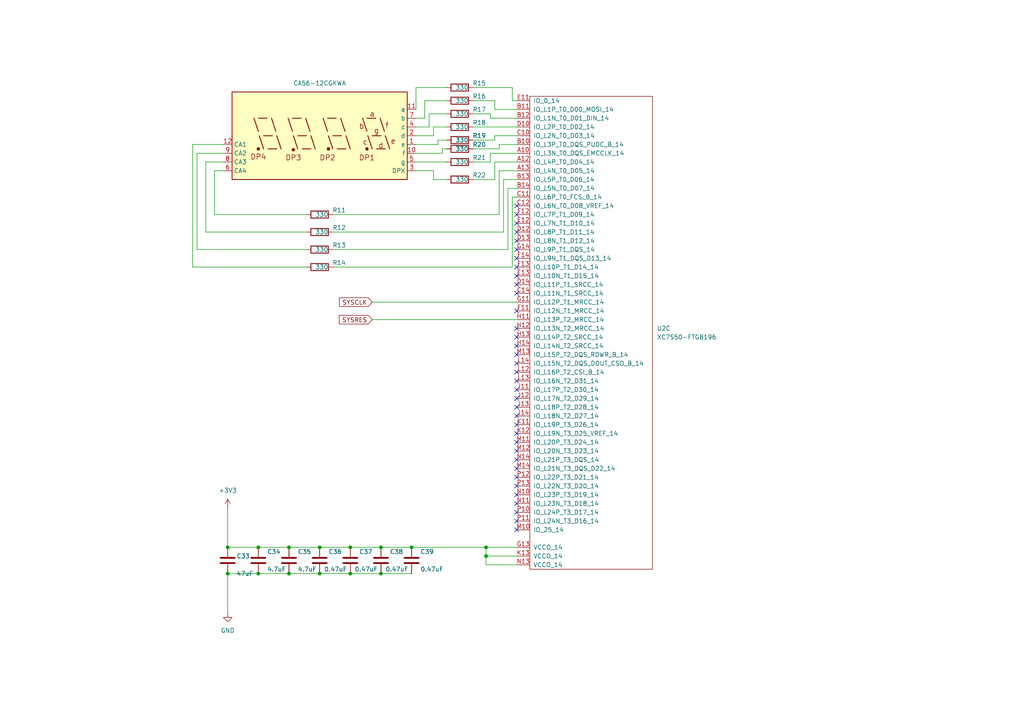
<source format=kicad_sch>
(kicad_sch (version 20230121) (generator eeschema)

  (uuid 9c0cc14b-788e-47f8-958c-502b7bcd38e8)

  (paper "A4")

  (lib_symbols
    (symbol "Device:C" (pin_numbers hide) (pin_names (offset 0.254)) (in_bom yes) (on_board yes)
      (property "Reference" "C" (at 0.635 2.54 0)
        (effects (font (size 1.27 1.27)) (justify left))
      )
      (property "Value" "C" (at 0.635 -2.54 0)
        (effects (font (size 1.27 1.27)) (justify left))
      )
      (property "Footprint" "" (at 0.9652 -3.81 0)
        (effects (font (size 1.27 1.27)) hide)
      )
      (property "Datasheet" "~" (at 0 0 0)
        (effects (font (size 1.27 1.27)) hide)
      )
      (property "ki_keywords" "cap capacitor" (at 0 0 0)
        (effects (font (size 1.27 1.27)) hide)
      )
      (property "ki_description" "Unpolarized capacitor" (at 0 0 0)
        (effects (font (size 1.27 1.27)) hide)
      )
      (property "ki_fp_filters" "C_*" (at 0 0 0)
        (effects (font (size 1.27 1.27)) hide)
      )
      (symbol "C_0_1"
        (polyline
          (pts
            (xy -2.032 -0.762)
            (xy 2.032 -0.762)
          )
          (stroke (width 0.508) (type default))
          (fill (type none))
        )
        (polyline
          (pts
            (xy -2.032 0.762)
            (xy 2.032 0.762)
          )
          (stroke (width 0.508) (type default))
          (fill (type none))
        )
      )
      (symbol "C_1_1"
        (pin passive line (at 0 3.81 270) (length 2.794)
          (name "~" (effects (font (size 1.27 1.27))))
          (number "1" (effects (font (size 1.27 1.27))))
        )
        (pin passive line (at 0 -3.81 90) (length 2.794)
          (name "~" (effects (font (size 1.27 1.27))))
          (number "2" (effects (font (size 1.27 1.27))))
        )
      )
    )
    (symbol "Device:R" (pin_numbers hide) (pin_names (offset 0)) (in_bom yes) (on_board yes)
      (property "Reference" "R" (at 2.032 0 90)
        (effects (font (size 1.27 1.27)))
      )
      (property "Value" "R" (at 0 0 90)
        (effects (font (size 1.27 1.27)))
      )
      (property "Footprint" "" (at -1.778 0 90)
        (effects (font (size 1.27 1.27)) hide)
      )
      (property "Datasheet" "~" (at 0 0 0)
        (effects (font (size 1.27 1.27)) hide)
      )
      (property "ki_keywords" "R res resistor" (at 0 0 0)
        (effects (font (size 1.27 1.27)) hide)
      )
      (property "ki_description" "Resistor" (at 0 0 0)
        (effects (font (size 1.27 1.27)) hide)
      )
      (property "ki_fp_filters" "R_*" (at 0 0 0)
        (effects (font (size 1.27 1.27)) hide)
      )
      (symbol "R_0_1"
        (rectangle (start -1.016 -2.54) (end 1.016 2.54)
          (stroke (width 0.254) (type default))
          (fill (type none))
        )
      )
      (symbol "R_1_1"
        (pin passive line (at 0 3.81 270) (length 1.27)
          (name "~" (effects (font (size 1.27 1.27))))
          (number "1" (effects (font (size 1.27 1.27))))
        )
        (pin passive line (at 0 -3.81 90) (length 1.27)
          (name "~" (effects (font (size 1.27 1.27))))
          (number "2" (effects (font (size 1.27 1.27))))
        )
      )
    )
    (symbol "Display_Character:CA56-12CGKWA" (in_bom yes) (on_board yes)
      (property "Reference" "U" (at -24.13 13.97 0)
        (effects (font (size 1.27 1.27)))
      )
      (property "Value" "CA56-12CGKWA" (at 17.78 13.97 0)
        (effects (font (size 1.27 1.27)))
      )
      (property "Footprint" "Display_7Segment:CA56-12CGKWA" (at 0 -15.24 0)
        (effects (font (size 1.27 1.27)) hide)
      )
      (property "Datasheet" "http://www.kingbright.com/attachments/file/psearch/000/00/00/CA56-12CGKWA(Ver.9A).pdf" (at -10.922 0.762 0)
        (effects (font (size 1.27 1.27)) hide)
      )
      (property "ki_keywords" "display LED" (at 0 0 0)
        (effects (font (size 1.27 1.27)) hide)
      )
      (property "ki_description" "4 digit 7 segment Green LED, common anode" (at 0 0 0)
        (effects (font (size 1.27 1.27)) hide)
      )
      (property "ki_fp_filters" "*CA56*12CGKWA*" (at 0 0 0)
        (effects (font (size 1.27 1.27)) hide)
      )
      (symbol "CA56-12CGKWA_0_0"
        (rectangle (start -25.4 12.7) (end 25.4 -12.7)
          (stroke (width 0.254) (type default))
          (fill (type background))
        )
        (polyline
          (pts
            (xy -20.32 -3.81)
            (xy -19.05 0)
          )
          (stroke (width 0.254) (type default))
          (fill (type none))
        )
        (polyline
          (pts
            (xy -19.05 -3.81)
            (xy -16.51 -3.81)
          )
          (stroke (width 0.254) (type default))
          (fill (type none))
        )
        (polyline
          (pts
            (xy -18.796 1.27)
            (xy -17.526 5.08)
          )
          (stroke (width 0.254) (type default))
          (fill (type none))
        )
        (polyline
          (pts
            (xy -17.78 0)
            (xy -15.24 0)
          )
          (stroke (width 0.254) (type default))
          (fill (type none))
        )
        (polyline
          (pts
            (xy -16.256 5.08)
            (xy -13.716 5.08)
          )
          (stroke (width 0.254) (type default))
          (fill (type none))
        )
        (polyline
          (pts
            (xy -15.24 -3.81)
            (xy -13.97 0)
          )
          (stroke (width 0.254) (type default))
          (fill (type none))
        )
        (polyline
          (pts
            (xy -13.716 1.27)
            (xy -12.446 5.08)
          )
          (stroke (width 0.254) (type default))
          (fill (type none))
        )
        (polyline
          (pts
            (xy -8.89 -3.81)
            (xy -7.62 0)
          )
          (stroke (width 0.254) (type default))
          (fill (type none))
        )
        (polyline
          (pts
            (xy -7.62 -3.81)
            (xy -5.08 -3.81)
          )
          (stroke (width 0.254) (type default))
          (fill (type none))
        )
        (polyline
          (pts
            (xy -7.366 1.27)
            (xy -6.096 5.08)
          )
          (stroke (width 0.254) (type default))
          (fill (type none))
        )
        (polyline
          (pts
            (xy -6.35 0)
            (xy -3.81 0)
          )
          (stroke (width 0.254) (type default))
          (fill (type none))
        )
        (polyline
          (pts
            (xy -4.826 5.08)
            (xy -2.286 5.08)
          )
          (stroke (width 0.254) (type default))
          (fill (type none))
        )
        (polyline
          (pts
            (xy -3.81 -3.81)
            (xy -2.54 0)
          )
          (stroke (width 0.254) (type default))
          (fill (type none))
        )
        (polyline
          (pts
            (xy -2.286 1.27)
            (xy -1.016 5.08)
          )
          (stroke (width 0.254) (type default))
          (fill (type none))
        )
        (polyline
          (pts
            (xy 1.27 -3.81)
            (xy 2.54 0)
          )
          (stroke (width 0.254) (type default))
          (fill (type none))
        )
        (polyline
          (pts
            (xy 2.54 -3.81)
            (xy 5.08 -3.81)
          )
          (stroke (width 0.254) (type default))
          (fill (type none))
        )
        (polyline
          (pts
            (xy 2.794 1.27)
            (xy 4.064 5.08)
          )
          (stroke (width 0.254) (type default))
          (fill (type none))
        )
        (polyline
          (pts
            (xy 3.81 0)
            (xy 6.35 0)
          )
          (stroke (width 0.254) (type default))
          (fill (type none))
        )
        (polyline
          (pts
            (xy 5.334 5.08)
            (xy 7.874 5.08)
          )
          (stroke (width 0.254) (type default))
          (fill (type none))
        )
        (polyline
          (pts
            (xy 6.35 -3.81)
            (xy 7.62 0)
          )
          (stroke (width 0.254) (type default))
          (fill (type none))
        )
        (polyline
          (pts
            (xy 7.874 1.27)
            (xy 9.144 5.08)
          )
          (stroke (width 0.254) (type default))
          (fill (type none))
        )
        (polyline
          (pts
            (xy 11.176 -3.81)
            (xy 12.446 0)
          )
          (stroke (width 0.254) (type default))
          (fill (type none))
        )
        (polyline
          (pts
            (xy 12.446 -3.81)
            (xy 14.986 -3.81)
          )
          (stroke (width 0.254) (type default))
          (fill (type none))
        )
        (polyline
          (pts
            (xy 12.7 1.27)
            (xy 13.97 5.08)
          )
          (stroke (width 0.254) (type default))
          (fill (type none))
        )
        (polyline
          (pts
            (xy 13.716 0)
            (xy 16.256 0)
          )
          (stroke (width 0.254) (type default))
          (fill (type none))
        )
        (polyline
          (pts
            (xy 15.24 5.08)
            (xy 17.78 5.08)
          )
          (stroke (width 0.254) (type default))
          (fill (type none))
        )
        (polyline
          (pts
            (xy 16.256 -3.81)
            (xy 17.526 0)
          )
          (stroke (width 0.254) (type default))
          (fill (type none))
        )
        (polyline
          (pts
            (xy 17.78 1.27)
            (xy 19.05 5.08)
          )
          (stroke (width 0.254) (type default))
          (fill (type none))
        )
        (text "a" (at -15.24 6.35 0)
          (effects (font (size 1.524 1.524)))
        )
        (text "b" (at -12.192 2.794 0)
          (effects (font (size 1.524 1.524)))
        )
        (text "c" (at -13.208 -1.778 0)
          (effects (font (size 1.524 1.524)))
        )
        (text "d" (at -17.78 -2.794 0)
          (effects (font (size 1.524 1.524)))
        )
        (text "DP1" (at -13.716 -6.35 0)
          (effects (font (size 1.524 1.524)))
        )
        (text "DP2" (at -2.286 -6.35 0)
          (effects (font (size 1.524 1.524)))
        )
        (text "DP3" (at 7.62 -6.35 0)
          (effects (font (size 1.524 1.524)))
        )
        (text "DP4" (at 17.78 -6.096 0)
          (effects (font (size 1.524 1.524)))
        )
        (text "e" (at -21.336 -1.524 0)
          (effects (font (size 1.524 1.524)))
        )
        (text "f" (at -19.558 3.048 0)
          (effects (font (size 1.524 1.524)))
        )
        (text "g" (at -16.51 1.524 0)
          (effects (font (size 1.524 1.524)))
        )
      )
      (symbol "CA56-12CGKWA_0_1"
        (circle (center -13.716 -3.81) (radius 0.3556)
          (stroke (width 0.254) (type default))
          (fill (type outline))
        )
        (circle (center -2.54 -3.81) (radius 0.3556)
          (stroke (width 0.254) (type default))
          (fill (type outline))
        )
      )
      (symbol "CA56-12CGKWA_1_0"
        (circle (center 7.62 -4.064) (radius 0.3556)
          (stroke (width 0.254) (type default))
          (fill (type outline))
        )
        (circle (center 17.78 -3.81) (radius 0.3556)
          (stroke (width 0.254) (type default))
          (fill (type outline))
        )
      )
      (symbol "CA56-12CGKWA_1_1"
        (pin input line (at -27.94 -2.54 0) (length 2.54)
          (name "e" (effects (font (size 1.27 1.27))))
          (number "1" (effects (font (size 1.27 1.27))))
        )
        (pin input line (at -27.94 -5.08 0) (length 2.54)
          (name "f" (effects (font (size 1.27 1.27))))
          (number "10" (effects (font (size 1.27 1.27))))
        )
        (pin input line (at -27.94 7.62 0) (length 2.54)
          (name "a" (effects (font (size 1.27 1.27))))
          (number "11" (effects (font (size 1.27 1.27))))
        )
        (pin input line (at 27.94 -2.54 180) (length 2.54)
          (name "CA1" (effects (font (size 1.27 1.27))))
          (number "12" (effects (font (size 1.27 1.27))))
        )
        (pin input line (at -27.94 0 0) (length 2.54)
          (name "d" (effects (font (size 1.27 1.27))))
          (number "2" (effects (font (size 1.27 1.27))))
        )
        (pin input line (at -27.94 -10.16 0) (length 2.54)
          (name "DPX" (effects (font (size 1.27 1.27))))
          (number "3" (effects (font (size 1.27 1.27))))
        )
        (pin input line (at -27.94 2.54 0) (length 2.54)
          (name "c" (effects (font (size 1.27 1.27))))
          (number "4" (effects (font (size 1.27 1.27))))
        )
        (pin input line (at -27.94 -7.62 0) (length 2.54)
          (name "g" (effects (font (size 1.27 1.27))))
          (number "5" (effects (font (size 1.27 1.27))))
        )
        (pin input line (at 27.94 -10.16 180) (length 2.54)
          (name "CA4" (effects (font (size 1.27 1.27))))
          (number "6" (effects (font (size 1.27 1.27))))
        )
        (pin input line (at -27.94 5.08 0) (length 2.54)
          (name "b" (effects (font (size 1.27 1.27))))
          (number "7" (effects (font (size 1.27 1.27))))
        )
        (pin input line (at 27.94 -7.62 180) (length 2.54)
          (name "CA3" (effects (font (size 1.27 1.27))))
          (number "8" (effects (font (size 1.27 1.27))))
        )
        (pin input line (at 27.94 -5.08 180) (length 2.54)
          (name "CA2" (effects (font (size 1.27 1.27))))
          (number "9" (effects (font (size 1.27 1.27))))
        )
      )
    )
    (symbol "FPGA_project_partsalarm:XC7S50-FTGB196" (pin_names (offset 1.016)) (in_bom yes) (on_board yes)
      (property "Reference" "U" (at -1.27 69.85 0)
        (effects (font (size 1.27 1.27)))
      )
      (property "Value" "XC7S50-FTGB196" (at 0 -69.85 0)
        (effects (font (size 1.27 1.27)))
      )
      (property "Footprint" "Package_BGA:Xilinx_FTGB196" (at -6.35 0 0)
        (effects (font (size 1.27 1.27)) hide)
      )
      (property "Datasheet" "" (at -6.35 0 0)
        (effects (font (size 1.27 1.27)) hide)
      )
      (property "ki_locked" "" (at 0 0 0)
        (effects (font (size 1.27 1.27)))
      )
      (symbol "XC7S50-FTGB196_1_1"
        (rectangle (start -7.62 31.75) (end 7.62 -31.75)
          (stroke (width 0) (type solid))
          (fill (type none))
        )
        (pin power_in line (at -11.43 30.48 0) (length 3.81)
          (name "GND" (effects (font (size 1.27 1.27))))
          (number "A1" (effects (font (size 1.27 1.27))))
        )
        (pin power_in line (at -11.43 22.86 0) (length 3.81)
          (name "GND" (effects (font (size 1.27 1.27))))
          (number "A11" (effects (font (size 1.27 1.27))))
        )
        (pin power_in line (at -11.43 20.32 0) (length 3.81)
          (name "GND" (effects (font (size 1.27 1.27))))
          (number "A14" (effects (font (size 1.27 1.27))))
        )
        (pin power_in line (at -11.43 27.94 0) (length 3.81)
          (name "GND" (effects (font (size 1.27 1.27))))
          (number "A6" (effects (font (size 1.27 1.27))))
        )
        (pin power_in line (at -11.43 25.4 0) (length 3.81)
          (name "GND" (effects (font (size 1.27 1.27))))
          (number "A9" (effects (font (size 1.27 1.27))))
        )
        (pin power_in line (at -11.43 17.78 0) (length 3.81)
          (name "GND" (effects (font (size 1.27 1.27))))
          (number "B4" (effects (font (size 1.27 1.27))))
        )
        (pin power_in line (at -11.43 15.24 0) (length 3.81)
          (name "GND" (effects (font (size 1.27 1.27))))
          (number "B7" (effects (font (size 1.27 1.27))))
        )
        (pin power_in line (at -11.43 12.7 0) (length 3.81)
          (name "GND" (effects (font (size 1.27 1.27))))
          (number "B9" (effects (font (size 1.27 1.27))))
        )
        (pin power_in line (at -11.43 -2.54 0) (length 3.81)
          (name "GND" (effects (font (size 1.27 1.27))))
          (number "C13" (effects (font (size 1.27 1.27))))
        )
        (pin power_in line (at -11.43 10.16 0) (length 3.81)
          (name "GND" (effects (font (size 1.27 1.27))))
          (number "C2" (effects (font (size 1.27 1.27))))
        )
        (pin power_in line (at -11.43 7.62 0) (length 3.81)
          (name "GND" (effects (font (size 1.27 1.27))))
          (number "C6" (effects (font (size 1.27 1.27))))
        )
        (pin power_in line (at -11.43 5.08 0) (length 3.81)
          (name "GND" (effects (font (size 1.27 1.27))))
          (number "C7" (effects (font (size 1.27 1.27))))
        )
        (pin power_in line (at -11.43 2.54 0) (length 3.81)
          (name "GND" (effects (font (size 1.27 1.27))))
          (number "C8" (effects (font (size 1.27 1.27))))
        )
        (pin power_in line (at -11.43 0 0) (length 3.81)
          (name "GND" (effects (font (size 1.27 1.27))))
          (number "C9" (effects (font (size 1.27 1.27))))
        )
        (pin power_in line (at -11.43 -12.7 0) (length 3.81)
          (name "GND" (effects (font (size 1.27 1.27))))
          (number "D11" (effects (font (size 1.27 1.27))))
        )
        (pin power_in line (at -11.43 -5.08 0) (length 3.81)
          (name "GND" (effects (font (size 1.27 1.27))))
          (number "D5" (effects (font (size 1.27 1.27))))
        )
        (pin power_in line (at -11.43 -7.62 0) (length 3.81)
          (name "GND" (effects (font (size 1.27 1.27))))
          (number "D7" (effects (font (size 1.27 1.27))))
        )
        (pin power_in line (at -11.43 -10.16 0) (length 3.81)
          (name "GND" (effects (font (size 1.27 1.27))))
          (number "D9" (effects (font (size 1.27 1.27))))
        )
        (pin power_in line (at -11.43 -15.24 0) (length 3.81)
          (name "GND" (effects (font (size 1.27 1.27))))
          (number "E1" (effects (font (size 1.27 1.27))))
        )
        (pin power_in line (at -11.43 -25.4 0) (length 3.81)
          (name "GND" (effects (font (size 1.27 1.27))))
          (number "E10" (effects (font (size 1.27 1.27))))
        )
        (pin power_in line (at -11.43 -27.94 0) (length 3.81)
          (name "GND" (effects (font (size 1.27 1.27))))
          (number "E14" (effects (font (size 1.27 1.27))))
        )
        (pin power_in line (at -11.43 -17.78 0) (length 3.81)
          (name "GND" (effects (font (size 1.27 1.27))))
          (number "E3" (effects (font (size 1.27 1.27))))
        )
        (pin power_in line (at -11.43 -20.32 0) (length 3.81)
          (name "GND" (effects (font (size 1.27 1.27))))
          (number "E6" (effects (font (size 1.27 1.27))))
        )
        (pin power_in line (at -11.43 -22.86 0) (length 3.81)
          (name "GND" (effects (font (size 1.27 1.27))))
          (number "E8" (effects (font (size 1.27 1.27))))
        )
        (pin power_in line (at 11.43 20.32 180) (length 3.81)
          (name "GND" (effects (font (size 1.27 1.27))))
          (number "F5" (effects (font (size 1.27 1.27))))
        )
        (pin power_in line (at 11.43 22.86 180) (length 3.81)
          (name "GND" (effects (font (size 1.27 1.27))))
          (number "F9" (effects (font (size 1.27 1.27))))
        )
        (pin power_in line (at 11.43 30.48 180) (length 3.81)
          (name "GND" (effects (font (size 1.27 1.27))))
          (number "G10" (effects (font (size 1.27 1.27))))
        )
        (pin power_in line (at -11.43 -30.48 0) (length 3.81)
          (name "GND" (effects (font (size 1.27 1.27))))
          (number "G12" (effects (font (size 1.27 1.27))))
        )
        (pin power_in line (at 11.43 25.4 180) (length 3.81)
          (name "GND" (effects (font (size 1.27 1.27))))
          (number "G3" (effects (font (size 1.27 1.27))))
        )
        (pin power_in line (at 11.43 27.94 180) (length 3.81)
          (name "GND" (effects (font (size 1.27 1.27))))
          (number "G6" (effects (font (size 1.27 1.27))))
        )
        (pin power_in line (at 11.43 0 180) (length 3.81)
          (name "GND" (effects (font (size 1.27 1.27))))
          (number "H5" (effects (font (size 1.27 1.27))))
        )
        (pin power_in line (at 11.43 2.54 180) (length 3.81)
          (name "GND" (effects (font (size 1.27 1.27))))
          (number "H9" (effects (font (size 1.27 1.27))))
        )
        (pin power_in line (at 11.43 7.62 180) (length 3.81)
          (name "GND" (effects (font (size 1.27 1.27))))
          (number "J10" (effects (font (size 1.27 1.27))))
        )
        (pin power_in line (at 11.43 5.08 180) (length 3.81)
          (name "GND" (effects (font (size 1.27 1.27))))
          (number "J6" (effects (font (size 1.27 1.27))))
        )
        (pin power_in line (at 11.43 10.16 180) (length 3.81)
          (name "GND" (effects (font (size 1.27 1.27))))
          (number "K1" (effects (font (size 1.27 1.27))))
        )
        (pin power_in line (at 11.43 -2.54 180) (length 3.81)
          (name "GND" (effects (font (size 1.27 1.27))))
          (number "K14" (effects (font (size 1.27 1.27))))
        )
        (pin power_in line (at 11.43 12.7 180) (length 3.81)
          (name "GND" (effects (font (size 1.27 1.27))))
          (number "K5" (effects (font (size 1.27 1.27))))
        )
        (pin power_in line (at 11.43 15.24 180) (length 3.81)
          (name "GND" (effects (font (size 1.27 1.27))))
          (number "K7" (effects (font (size 1.27 1.27))))
        )
        (pin power_in line (at 11.43 17.78 180) (length 3.81)
          (name "GND" (effects (font (size 1.27 1.27))))
          (number "K9" (effects (font (size 1.27 1.27))))
        )
        (pin power_in line (at 11.43 -12.7 180) (length 3.81)
          (name "GND" (effects (font (size 1.27 1.27))))
          (number "L10" (effects (font (size 1.27 1.27))))
        )
        (pin power_in line (at 11.43 -15.24 180) (length 3.81)
          (name "GND" (effects (font (size 1.27 1.27))))
          (number "L11" (effects (font (size 1.27 1.27))))
        )
        (pin power_in line (at 11.43 -5.08 180) (length 3.81)
          (name "GND" (effects (font (size 1.27 1.27))))
          (number "L4" (effects (font (size 1.27 1.27))))
        )
        (pin power_in line (at 11.43 -7.62 180) (length 3.81)
          (name "GND" (effects (font (size 1.27 1.27))))
          (number "L6" (effects (font (size 1.27 1.27))))
        )
        (pin power_in line (at 11.43 -10.16 180) (length 3.81)
          (name "GND" (effects (font (size 1.27 1.27))))
          (number "L8" (effects (font (size 1.27 1.27))))
        )
        (pin power_in line (at 11.43 -25.4 180) (length 3.81)
          (name "GND" (effects (font (size 1.27 1.27))))
          (number "N12" (effects (font (size 1.27 1.27))))
        )
        (pin power_in line (at 11.43 -17.78 180) (length 3.81)
          (name "GND" (effects (font (size 1.27 1.27))))
          (number "N3" (effects (font (size 1.27 1.27))))
        )
        (pin power_in line (at 11.43 -20.32 180) (length 3.81)
          (name "GND" (effects (font (size 1.27 1.27))))
          (number "N5" (effects (font (size 1.27 1.27))))
        )
        (pin power_in line (at 11.43 -22.86 180) (length 3.81)
          (name "GND" (effects (font (size 1.27 1.27))))
          (number "N9" (effects (font (size 1.27 1.27))))
        )
        (pin power_in line (at 11.43 -27.94 180) (length 3.81)
          (name "GND" (effects (font (size 1.27 1.27))))
          (number "P1" (effects (font (size 1.27 1.27))))
        )
        (pin power_in line (at 11.43 -30.48 180) (length 3.81)
          (name "GND" (effects (font (size 1.27 1.27))))
          (number "P14" (effects (font (size 1.27 1.27))))
        )
      )
      (symbol "XC7S50-FTGB196_2_1"
        (rectangle (start 10.16 12.7) (end -11.43 -12.7)
          (stroke (width 0) (type solid))
          (fill (type none))
        )
        (pin power_in line (at 13.97 11.43 180) (length 3.81)
          (name "VCCINT" (effects (font (size 1.27 1.27))))
          (number "D6" (effects (font (size 1.27 1.27))))
        )
        (pin power_in line (at 13.97 8.89 180) (length 3.81)
          (name "VCCINT" (effects (font (size 1.27 1.27))))
          (number "D8" (effects (font (size 1.27 1.27))))
        )
        (pin power_in line (at -15.24 -6.35 0) (length 3.81)
          (name "VCCBRAM" (effects (font (size 1.27 1.27))))
          (number "E5" (effects (font (size 1.27 1.27))))
        )
        (pin power_in line (at 13.97 6.35 180) (length 3.81)
          (name "VCCINT" (effects (font (size 1.27 1.27))))
          (number "E7" (effects (font (size 1.27 1.27))))
        )
        (pin power_in line (at 13.97 3.81 180) (length 3.81)
          (name "VCCINT" (effects (font (size 1.27 1.27))))
          (number "E9" (effects (font (size 1.27 1.27))))
        )
        (pin power_in line (at -15.24 11.43 0) (length 3.81)
          (name "VCCAUX" (effects (font (size 1.27 1.27))))
          (number "F10" (effects (font (size 1.27 1.27))))
        )
        (pin power_in line (at 13.97 1.27 180) (length 3.81)
          (name "VCCINT" (effects (font (size 1.27 1.27))))
          (number "F6" (effects (font (size 1.27 1.27))))
        )
        (pin power_in line (at -15.24 -8.89 0) (length 3.81)
          (name "VCCBRAM" (effects (font (size 1.27 1.27))))
          (number "G5" (effects (font (size 1.27 1.27))))
        )
        (pin power_in line (at 13.97 -1.27 180) (length 3.81)
          (name "VCCINT" (effects (font (size 1.27 1.27))))
          (number "G9" (effects (font (size 1.27 1.27))))
        )
        (pin power_in line (at -15.24 8.89 0) (length 3.81)
          (name "VCCAUX" (effects (font (size 1.27 1.27))))
          (number "H10" (effects (font (size 1.27 1.27))))
        )
        (pin power_in line (at 13.97 -3.81 180) (length 3.81)
          (name "VCCINT" (effects (font (size 1.27 1.27))))
          (number "H6" (effects (font (size 1.27 1.27))))
        )
        (pin power_in line (at -15.24 -11.43 0) (length 3.81)
          (name "VCCBRAM" (effects (font (size 1.27 1.27))))
          (number "J5" (effects (font (size 1.27 1.27))))
        )
        (pin power_in line (at 13.97 -6.35 180) (length 3.81)
          (name "VCCINT" (effects (font (size 1.27 1.27))))
          (number "J9" (effects (font (size 1.27 1.27))))
        )
        (pin power_in line (at -15.24 6.35 0) (length 3.81)
          (name "VCCAUX" (effects (font (size 1.27 1.27))))
          (number "K10" (effects (font (size 1.27 1.27))))
        )
        (pin power_in line (at 13.97 -8.89 180) (length 3.81)
          (name "VCCINT" (effects (font (size 1.27 1.27))))
          (number "K6" (effects (font (size 1.27 1.27))))
        )
        (pin power_in line (at 13.97 -11.43 180) (length 3.81)
          (name "VCCINT" (effects (font (size 1.27 1.27))))
          (number "K8" (effects (font (size 1.27 1.27))))
        )
        (pin power_in line (at -15.24 3.81 0) (length 3.81)
          (name "VCCAUX" (effects (font (size 1.27 1.27))))
          (number "L9" (effects (font (size 1.27 1.27))))
        )
      )
      (symbol "XC7S50-FTGB196_3_1"
        (rectangle (start -17.78 68.58) (end 17.78 -68.58)
          (stroke (width 0) (type solid))
          (fill (type none))
        )
        (pin bidirectional line (at -21.59 52.07 0) (length 3.81)
          (name "IO_L3N_T0_DQS_EMCCLK_14" (effects (font (size 1.27 1.27))))
          (number "A10" (effects (font (size 1.27 1.27))))
        )
        (pin bidirectional line (at -21.59 49.53 0) (length 3.81)
          (name "IO_L4P_T0_D04_14" (effects (font (size 1.27 1.27))))
          (number "A12" (effects (font (size 1.27 1.27))))
        )
        (pin bidirectional line (at -21.59 46.99 0) (length 3.81)
          (name "IO_L4N_T0_D05_14" (effects (font (size 1.27 1.27))))
          (number "A13" (effects (font (size 1.27 1.27))))
        )
        (pin bidirectional line (at -21.59 54.61 0) (length 3.81)
          (name "IO_L3P_T0_DQS_PUDC_B_14" (effects (font (size 1.27 1.27))))
          (number "B10" (effects (font (size 1.27 1.27))))
        )
        (pin bidirectional line (at -21.59 64.77 0) (length 3.81)
          (name "IO_L1P_T0_D00_MOSI_14" (effects (font (size 1.27 1.27))))
          (number "B11" (effects (font (size 1.27 1.27))))
        )
        (pin bidirectional line (at -21.59 62.23 0) (length 3.81)
          (name "IO_L1N_T0_D01_DIN_14" (effects (font (size 1.27 1.27))))
          (number "B12" (effects (font (size 1.27 1.27))))
        )
        (pin bidirectional line (at -21.59 44.45 0) (length 3.81)
          (name "IO_L5P_T0_D06_14" (effects (font (size 1.27 1.27))))
          (number "B13" (effects (font (size 1.27 1.27))))
        )
        (pin bidirectional line (at -21.59 41.91 0) (length 3.81)
          (name "IO_L5N_T0_D07_14" (effects (font (size 1.27 1.27))))
          (number "B14" (effects (font (size 1.27 1.27))))
        )
        (pin bidirectional line (at -21.59 57.15 0) (length 3.81)
          (name "IO_L2N_T0_D03_14" (effects (font (size 1.27 1.27))))
          (number "C10" (effects (font (size 1.27 1.27))))
        )
        (pin bidirectional line (at -21.59 39.37 0) (length 3.81)
          (name "IO_L6P_T0_FCS_B_14" (effects (font (size 1.27 1.27))))
          (number "C11" (effects (font (size 1.27 1.27))))
        )
        (pin bidirectional line (at -21.59 36.83 0) (length 3.81)
          (name "IO_L6N_T0_D08_VREF_14" (effects (font (size 1.27 1.27))))
          (number "C12" (effects (font (size 1.27 1.27))))
        )
        (pin bidirectional line (at -21.59 11.43 0) (length 3.81)
          (name "IO_L11N_T1_SRCC_14" (effects (font (size 1.27 1.27))))
          (number "C14" (effects (font (size 1.27 1.27))))
        )
        (pin bidirectional line (at -21.59 59.69 0) (length 3.81)
          (name "IO_L2P_T0_D02_14" (effects (font (size 1.27 1.27))))
          (number "D10" (effects (font (size 1.27 1.27))))
        )
        (pin bidirectional line (at -21.59 29.21 0) (length 3.81)
          (name "IO_L8P_T1_D11_14" (effects (font (size 1.27 1.27))))
          (number "D12" (effects (font (size 1.27 1.27))))
        )
        (pin bidirectional line (at -21.59 26.67 0) (length 3.81)
          (name "IO_L8N_T1_D12_14" (effects (font (size 1.27 1.27))))
          (number "D13" (effects (font (size 1.27 1.27))))
        )
        (pin bidirectional line (at -21.59 13.97 0) (length 3.81)
          (name "IO_L11P_T1_SRCC_14" (effects (font (size 1.27 1.27))))
          (number "D14" (effects (font (size 1.27 1.27))))
        )
        (pin bidirectional line (at -21.59 67.31 0) (length 3.81)
          (name "IO_0_14" (effects (font (size 1.27 1.27))))
          (number "E11" (effects (font (size 1.27 1.27))))
        )
        (pin bidirectional line (at -21.59 31.75 0) (length 3.81)
          (name "IO_L7N_T1_D10_14" (effects (font (size 1.27 1.27))))
          (number "E12" (effects (font (size 1.27 1.27))))
        )
        (pin bidirectional line (at -21.59 16.51 0) (length 3.81)
          (name "IO_L10N_T1_D15_14" (effects (font (size 1.27 1.27))))
          (number "E13" (effects (font (size 1.27 1.27))))
        )
        (pin bidirectional line (at -21.59 6.35 0) (length 3.81)
          (name "IO_L12N_T1_MRCC_14" (effects (font (size 1.27 1.27))))
          (number "F11" (effects (font (size 1.27 1.27))))
        )
        (pin bidirectional line (at -21.59 34.29 0) (length 3.81)
          (name "IO_L7P_T1_D09_14" (effects (font (size 1.27 1.27))))
          (number "F12" (effects (font (size 1.27 1.27))))
        )
        (pin bidirectional line (at -21.59 19.05 0) (length 3.81)
          (name "IO_L10P_T1_D14_14" (effects (font (size 1.27 1.27))))
          (number "F13" (effects (font (size 1.27 1.27))))
        )
        (pin bidirectional line (at -21.59 21.59 0) (length 3.81)
          (name "IO_L9N_T1_DQS_D13_14" (effects (font (size 1.27 1.27))))
          (number "F14" (effects (font (size 1.27 1.27))))
        )
        (pin bidirectional line (at -21.59 8.89 0) (length 3.81)
          (name "IO_L12P_T1_MRCC_14" (effects (font (size 1.27 1.27))))
          (number "G11" (effects (font (size 1.27 1.27))))
        )
        (pin power_in line (at -21.59 -62.23 0) (length 3.81)
          (name "VCCO_14" (effects (font (size 1.27 1.27))))
          (number "G13" (effects (font (size 1.27 1.27))))
        )
        (pin bidirectional line (at -21.59 24.13 0) (length 3.81)
          (name "IO_L9P_T1_DQS_14" (effects (font (size 1.27 1.27))))
          (number "G14" (effects (font (size 1.27 1.27))))
        )
        (pin bidirectional line (at -21.59 3.81 0) (length 3.81)
          (name "IO_L13P_T2_MRCC_14" (effects (font (size 1.27 1.27))))
          (number "H11" (effects (font (size 1.27 1.27))))
        )
        (pin bidirectional line (at -21.59 1.27 0) (length 3.81)
          (name "IO_L13N_T2_MRCC_14" (effects (font (size 1.27 1.27))))
          (number "H12" (effects (font (size 1.27 1.27))))
        )
        (pin bidirectional line (at -21.59 -1.27 0) (length 3.81)
          (name "IO_L14P_T2_SRCC_14" (effects (font (size 1.27 1.27))))
          (number "H13" (effects (font (size 1.27 1.27))))
        )
        (pin bidirectional line (at -21.59 -3.81 0) (length 3.81)
          (name "IO_L14N_T2_SRCC_14" (effects (font (size 1.27 1.27))))
          (number "H14" (effects (font (size 1.27 1.27))))
        )
        (pin bidirectional line (at -21.59 -16.51 0) (length 3.81)
          (name "IO_L17P_T2_D30_14" (effects (font (size 1.27 1.27))))
          (number "J11" (effects (font (size 1.27 1.27))))
        )
        (pin bidirectional line (at -21.59 -19.05 0) (length 3.81)
          (name "IO_L17N_T2_D29_14" (effects (font (size 1.27 1.27))))
          (number "J12" (effects (font (size 1.27 1.27))))
        )
        (pin bidirectional line (at -21.59 -21.59 0) (length 3.81)
          (name "IO_L18P_T2_D28_14" (effects (font (size 1.27 1.27))))
          (number "J13" (effects (font (size 1.27 1.27))))
        )
        (pin bidirectional line (at -21.59 -24.13 0) (length 3.81)
          (name "IO_L18N_T2_D27_14" (effects (font (size 1.27 1.27))))
          (number "J14" (effects (font (size 1.27 1.27))))
        )
        (pin bidirectional line (at -21.59 -26.67 0) (length 3.81)
          (name "IO_L19P_T3_D26_14" (effects (font (size 1.27 1.27))))
          (number "K11" (effects (font (size 1.27 1.27))))
        )
        (pin bidirectional line (at -21.59 -29.21 0) (length 3.81)
          (name "IO_L19N_T3_D25_VREF_14" (effects (font (size 1.27 1.27))))
          (number "K12" (effects (font (size 1.27 1.27))))
        )
        (pin power_in line (at -21.59 -64.77 0) (length 3.81)
          (name "VCCO_14" (effects (font (size 1.27 1.27))))
          (number "K13" (effects (font (size 1.27 1.27))))
        )
        (pin bidirectional line (at -21.59 -11.43 0) (length 3.81)
          (name "IO_L16P_T2_CSI_B_14" (effects (font (size 1.27 1.27))))
          (number "L12" (effects (font (size 1.27 1.27))))
        )
        (pin bidirectional line (at -21.59 -13.97 0) (length 3.81)
          (name "IO_L16N_T2_D31_14" (effects (font (size 1.27 1.27))))
          (number "L13" (effects (font (size 1.27 1.27))))
        )
        (pin bidirectional line (at -21.59 -8.89 0) (length 3.81)
          (name "IO_L15N_T2_DQS_DOUT_CSO_B_14" (effects (font (size 1.27 1.27))))
          (number "L14" (effects (font (size 1.27 1.27))))
        )
        (pin bidirectional line (at -21.59 -57.15 0) (length 3.81)
          (name "IO_25_14" (effects (font (size 1.27 1.27))))
          (number "M10" (effects (font (size 1.27 1.27))))
        )
        (pin bidirectional line (at -21.59 -31.75 0) (length 3.81)
          (name "IO_L20P_T3_D24_14" (effects (font (size 1.27 1.27))))
          (number "M11" (effects (font (size 1.27 1.27))))
        )
        (pin bidirectional line (at -21.59 -34.29 0) (length 3.81)
          (name "IO_L20N_T3_D23_14" (effects (font (size 1.27 1.27))))
          (number "M12" (effects (font (size 1.27 1.27))))
        )
        (pin bidirectional line (at -21.59 -6.35 0) (length 3.81)
          (name "IO_L15P_T2_DQS_RDWR_B_14" (effects (font (size 1.27 1.27))))
          (number "M13" (effects (font (size 1.27 1.27))))
        )
        (pin bidirectional line (at -21.59 -39.37 0) (length 3.81)
          (name "IO_L21N_T3_DQS_D22_14" (effects (font (size 1.27 1.27))))
          (number "M14" (effects (font (size 1.27 1.27))))
        )
        (pin bidirectional line (at -21.59 -46.99 0) (length 3.81)
          (name "IO_L23P_T3_D19_14" (effects (font (size 1.27 1.27))))
          (number "N10" (effects (font (size 1.27 1.27))))
        )
        (pin bidirectional line (at -21.59 -49.53 0) (length 3.81)
          (name "IO_L23N_T3_D18_14" (effects (font (size 1.27 1.27))))
          (number "N11" (effects (font (size 1.27 1.27))))
        )
        (pin power_in line (at -21.59 -67.31 0) (length 3.81)
          (name "VCCO_14" (effects (font (size 1.27 1.27))))
          (number "N13" (effects (font (size 1.27 1.27))))
        )
        (pin bidirectional line (at -21.59 -36.83 0) (length 3.81)
          (name "IO_L21P_T3_DQS_14" (effects (font (size 1.27 1.27))))
          (number "N14" (effects (font (size 1.27 1.27))))
        )
        (pin bidirectional line (at -21.59 -52.07 0) (length 3.81)
          (name "IO_L24P_T3_D17_14" (effects (font (size 1.27 1.27))))
          (number "P10" (effects (font (size 1.27 1.27))))
        )
        (pin bidirectional line (at -21.59 -54.61 0) (length 3.81)
          (name "IO_L24N_T3_D16_14" (effects (font (size 1.27 1.27))))
          (number "P11" (effects (font (size 1.27 1.27))))
        )
        (pin bidirectional line (at -21.59 -41.91 0) (length 3.81)
          (name "IO_L22P_T3_D21_14" (effects (font (size 1.27 1.27))))
          (number "P12" (effects (font (size 1.27 1.27))))
        )
        (pin bidirectional line (at -21.59 -44.45 0) (length 3.81)
          (name "IO_L22N_T3_D20_14" (effects (font (size 1.27 1.27))))
          (number "P13" (effects (font (size 1.27 1.27))))
        )
      )
      (symbol "XC7S50-FTGB196_4_1"
        (rectangle (start -17.78 68.58) (end 17.78 -68.58)
          (stroke (width 0) (type solid))
          (fill (type none))
        )
        (pin bidirectional line (at -21.59 52.07 0) (length 3.81)
          (name "IO_L3N_T0_DQS_34" (effects (font (size 1.27 1.27))))
          (number "A2" (effects (font (size 1.27 1.27))))
        )
        (pin bidirectional line (at -21.59 57.15 0) (length 3.81)
          (name "IO_L2N_T0_34" (effects (font (size 1.27 1.27))))
          (number "A3" (effects (font (size 1.27 1.27))))
        )
        (pin bidirectional line (at -21.59 59.69 0) (length 3.81)
          (name "IO_L2P_T0_34" (effects (font (size 1.27 1.27))))
          (number "A4" (effects (font (size 1.27 1.27))))
        )
        (pin bidirectional line (at -21.59 46.99 0) (length 3.81)
          (name "IO_L4N_T0_34" (effects (font (size 1.27 1.27))))
          (number "A5" (effects (font (size 1.27 1.27))))
        )
        (pin bidirectional line (at -21.59 41.91 0) (length 3.81)
          (name "IO_L5N_T0_34" (effects (font (size 1.27 1.27))))
          (number "B1" (effects (font (size 1.27 1.27))))
        )
        (pin bidirectional line (at -21.59 44.45 0) (length 3.81)
          (name "IO_L5P_T0_34" (effects (font (size 1.27 1.27))))
          (number "B2" (effects (font (size 1.27 1.27))))
        )
        (pin bidirectional line (at -21.59 54.61 0) (length 3.81)
          (name "IO_L3P_T0_DQS_34" (effects (font (size 1.27 1.27))))
          (number "B3" (effects (font (size 1.27 1.27))))
        )
        (pin bidirectional line (at -21.59 49.53 0) (length 3.81)
          (name "IO_L4P_T0_34" (effects (font (size 1.27 1.27))))
          (number "B5" (effects (font (size 1.27 1.27))))
        )
        (pin bidirectional line (at -21.59 67.31 0) (length 3.81)
          (name "IO_0_34" (effects (font (size 1.27 1.27))))
          (number "B6" (effects (font (size 1.27 1.27))))
        )
        (pin bidirectional line (at -21.59 11.43 0) (length 3.81)
          (name "IO_L11N_T1_SRCC_34" (effects (font (size 1.27 1.27))))
          (number "C1" (effects (font (size 1.27 1.27))))
        )
        (pin bidirectional line (at -21.59 62.23 0) (length 3.81)
          (name "IO_L1N_T0_34" (effects (font (size 1.27 1.27))))
          (number "C3" (effects (font (size 1.27 1.27))))
        )
        (pin bidirectional line (at -21.59 36.83 0) (length 3.81)
          (name "IO_L6N_T0_VREF_34" (effects (font (size 1.27 1.27))))
          (number "C4" (effects (font (size 1.27 1.27))))
        )
        (pin bidirectional line (at -21.59 39.37 0) (length 3.81)
          (name "IO_L6P_T0_34" (effects (font (size 1.27 1.27))))
          (number "C5" (effects (font (size 1.27 1.27))))
        )
        (pin bidirectional line (at -21.59 13.97 0) (length 3.81)
          (name "IO_L11P_T1_SRCC_34" (effects (font (size 1.27 1.27))))
          (number "D1" (effects (font (size 1.27 1.27))))
        )
        (pin bidirectional line (at -21.59 16.51 0) (length 3.81)
          (name "IO_L10N_T1_34" (effects (font (size 1.27 1.27))))
          (number "D2" (effects (font (size 1.27 1.27))))
        )
        (pin bidirectional line (at -21.59 64.77 0) (length 3.81)
          (name "IO_L1P_T0_34" (effects (font (size 1.27 1.27))))
          (number "D3" (effects (font (size 1.27 1.27))))
        )
        (pin bidirectional line (at -21.59 31.75 0) (length 3.81)
          (name "IO_L7N_T1_34" (effects (font (size 1.27 1.27))))
          (number "D4" (effects (font (size 1.27 1.27))))
        )
        (pin bidirectional line (at -21.59 19.05 0) (length 3.81)
          (name "IO_L10P_T1_34" (effects (font (size 1.27 1.27))))
          (number "E2" (effects (font (size 1.27 1.27))))
        )
        (pin bidirectional line (at -21.59 34.29 0) (length 3.81)
          (name "IO_L7P_T1_34" (effects (font (size 1.27 1.27))))
          (number "E4" (effects (font (size 1.27 1.27))))
        )
        (pin bidirectional line (at -21.59 21.59 0) (length 3.81)
          (name "IO_L9N_T1_DQS_34" (effects (font (size 1.27 1.27))))
          (number "F1" (effects (font (size 1.27 1.27))))
        )
        (pin bidirectional line (at -21.59 26.67 0) (length 3.81)
          (name "IO_L8N_T1_34" (effects (font (size 1.27 1.27))))
          (number "F2" (effects (font (size 1.27 1.27))))
        )
        (pin bidirectional line (at -21.59 29.21 0) (length 3.81)
          (name "IO_L8P_T1_34" (effects (font (size 1.27 1.27))))
          (number "F3" (effects (font (size 1.27 1.27))))
        )
        (pin bidirectional line (at -21.59 6.35 0) (length 3.81)
          (name "IO_L12N_T1_MRCC_34" (effects (font (size 1.27 1.27))))
          (number "F4" (effects (font (size 1.27 1.27))))
        )
        (pin bidirectional line (at -21.59 24.13 0) (length 3.81)
          (name "IO_L9P_T1_DQS_34" (effects (font (size 1.27 1.27))))
          (number "G1" (effects (font (size 1.27 1.27))))
        )
        (pin power_in line (at -21.59 -62.23 0) (length 3.81)
          (name "VCCO_34" (effects (font (size 1.27 1.27))))
          (number "G2" (effects (font (size 1.27 1.27))))
        )
        (pin bidirectional line (at -21.59 8.89 0) (length 3.81)
          (name "IO_L12P_T1_MRCC_34" (effects (font (size 1.27 1.27))))
          (number "G4" (effects (font (size 1.27 1.27))))
        )
        (pin bidirectional line (at -21.59 -3.81 0) (length 3.81)
          (name "IO_L14N_T2_SRCC_34" (effects (font (size 1.27 1.27))))
          (number "H1" (effects (font (size 1.27 1.27))))
        )
        (pin bidirectional line (at -21.59 -1.27 0) (length 3.81)
          (name "IO_L14P_T2_SRCC_34" (effects (font (size 1.27 1.27))))
          (number "H2" (effects (font (size 1.27 1.27))))
        )
        (pin bidirectional line (at -21.59 1.27 0) (length 3.81)
          (name "IO_L13N_T2_MRCC_34" (effects (font (size 1.27 1.27))))
          (number "H3" (effects (font (size 1.27 1.27))))
        )
        (pin bidirectional line (at -21.59 3.81 0) (length 3.81)
          (name "IO_L13P_T2_MRCC_34" (effects (font (size 1.27 1.27))))
          (number "H4" (effects (font (size 1.27 1.27))))
        )
        (pin bidirectional line (at -21.59 -8.89 0) (length 3.81)
          (name "IO_L15N_T2_DQS_34" (effects (font (size 1.27 1.27))))
          (number "J1" (effects (font (size 1.27 1.27))))
        )
        (pin bidirectional line (at -21.59 -6.35 0) (length 3.81)
          (name "IO_L15P_T2_DQS_34" (effects (font (size 1.27 1.27))))
          (number "J2" (effects (font (size 1.27 1.27))))
        )
        (pin bidirectional line (at -21.59 -19.05 0) (length 3.81)
          (name "IO_L17N_T2_34" (effects (font (size 1.27 1.27))))
          (number "J3" (effects (font (size 1.27 1.27))))
        )
        (pin bidirectional line (at -21.59 -16.51 0) (length 3.81)
          (name "IO_L17P_T2_34" (effects (font (size 1.27 1.27))))
          (number "J4" (effects (font (size 1.27 1.27))))
        )
        (pin power_in line (at -21.59 -64.77 0) (length 3.81)
          (name "VCCO_34" (effects (font (size 1.27 1.27))))
          (number "K2" (effects (font (size 1.27 1.27))))
        )
        (pin bidirectional line (at -21.59 -13.97 0) (length 3.81)
          (name "IO_L16N_T2_34" (effects (font (size 1.27 1.27))))
          (number "K3" (effects (font (size 1.27 1.27))))
        )
        (pin bidirectional line (at -21.59 -11.43 0) (length 3.81)
          (name "IO_L16P_T2_34" (effects (font (size 1.27 1.27))))
          (number "K4" (effects (font (size 1.27 1.27))))
        )
        (pin bidirectional line (at -21.59 -24.13 0) (length 3.81)
          (name "IO_L18N_T2_34" (effects (font (size 1.27 1.27))))
          (number "L1" (effects (font (size 1.27 1.27))))
        )
        (pin bidirectional line (at -21.59 -44.45 0) (length 3.81)
          (name "IO_L22N_T3_34" (effects (font (size 1.27 1.27))))
          (number "L2" (effects (font (size 1.27 1.27))))
        )
        (pin bidirectional line (at -21.59 -41.91 0) (length 3.81)
          (name "IO_L22P_T3_34" (effects (font (size 1.27 1.27))))
          (number "L3" (effects (font (size 1.27 1.27))))
        )
        (pin bidirectional line (at -21.59 -57.15 0) (length 3.81)
          (name "IO_25_34" (effects (font (size 1.27 1.27))))
          (number "L5" (effects (font (size 1.27 1.27))))
        )
        (pin bidirectional line (at -21.59 -21.59 0) (length 3.81)
          (name "IO_L18P_T2_34" (effects (font (size 1.27 1.27))))
          (number "M1" (effects (font (size 1.27 1.27))))
        )
        (pin bidirectional line (at -21.59 -29.21 0) (length 3.81)
          (name "IO_L19N_T3_VREF_34" (effects (font (size 1.27 1.27))))
          (number "M2" (effects (font (size 1.27 1.27))))
        )
        (pin bidirectional line (at -21.59 -26.67 0) (length 3.81)
          (name "IO_L19P_T3_34" (effects (font (size 1.27 1.27))))
          (number "M3" (effects (font (size 1.27 1.27))))
        )
        (pin bidirectional line (at -21.59 -49.53 0) (length 3.81)
          (name "IO_L23N_T3_34" (effects (font (size 1.27 1.27))))
          (number "M4" (effects (font (size 1.27 1.27))))
        )
        (pin bidirectional line (at -21.59 -46.99 0) (length 3.81)
          (name "IO_L23P_T3_34" (effects (font (size 1.27 1.27))))
          (number "M5" (effects (font (size 1.27 1.27))))
        )
        (pin bidirectional line (at -21.59 -34.29 0) (length 3.81)
          (name "IO_L20N_T3_34" (effects (font (size 1.27 1.27))))
          (number "N1" (effects (font (size 1.27 1.27))))
        )
        (pin power_in line (at -21.59 -67.31 0) (length 3.81)
          (name "VCCO_34" (effects (font (size 1.27 1.27))))
          (number "N2" (effects (font (size 1.27 1.27))))
        )
        (pin bidirectional line (at -21.59 -54.61 0) (length 3.81)
          (name "IO_L24N_T3_34" (effects (font (size 1.27 1.27))))
          (number "N4" (effects (font (size 1.27 1.27))))
        )
        (pin bidirectional line (at -21.59 -31.75 0) (length 3.81)
          (name "IO_L20P_T3_34" (effects (font (size 1.27 1.27))))
          (number "P2" (effects (font (size 1.27 1.27))))
        )
        (pin bidirectional line (at -21.59 -39.37 0) (length 3.81)
          (name "IO_L21N_T3_DQS_34" (effects (font (size 1.27 1.27))))
          (number "P3" (effects (font (size 1.27 1.27))))
        )
        (pin bidirectional line (at -21.59 -36.83 0) (length 3.81)
          (name "IO_L21P_T3_DQS_34" (effects (font (size 1.27 1.27))))
          (number "P4" (effects (font (size 1.27 1.27))))
        )
        (pin bidirectional line (at -21.59 -52.07 0) (length 3.81)
          (name "IO_L24P_T3_34" (effects (font (size 1.27 1.27))))
          (number "P5" (effects (font (size 1.27 1.27))))
        )
      )
      (symbol "XC7S50-FTGB196_5_1"
        (rectangle (start -7.62 41.91) (end 7.62 -41.91)
          (stroke (width 0) (type solid))
          (fill (type none))
        )
        (pin input clock (at -11.43 25.4 0) (length 3.81)
          (name "TCK_0" (effects (font (size 1.27 1.27))))
          (number "A7" (effects (font (size 1.27 1.27))))
        )
        (pin output clock (at -11.43 -17.78 0) (length 3.81)
          (name "CCLK_0" (effects (font (size 1.27 1.27))))
          (number "A8" (effects (font (size 1.27 1.27))))
        )
        (pin power_in line (at -11.43 33.02 0) (length 3.81)
          (name "VCCBATT_0" (effects (font (size 1.27 1.27))))
          (number "B8" (effects (font (size 1.27 1.27))))
        )
        (pin power_in line (at -11.43 38.1 0) (length 3.81)
          (name "GNDADC_0" (effects (font (size 1.27 1.27))))
          (number "F7" (effects (font (size 1.27 1.27))))
        )
        (pin power_in line (at -11.43 40.64 0) (length 3.81)
          (name "VCCADC_0" (effects (font (size 1.27 1.27))))
          (number "F8" (effects (font (size 1.27 1.27))))
        )
        (pin input line (at -11.43 12.7 0) (length 3.81)
          (name "VREFN_0" (effects (font (size 1.27 1.27))))
          (number "G7" (effects (font (size 1.27 1.27))))
        )
        (pin input line (at -11.43 7.62 0) (length 3.81)
          (name "VP_0" (effects (font (size 1.27 1.27))))
          (number "G8" (effects (font (size 1.27 1.27))))
        )
        (pin input line (at -11.43 5.08 0) (length 3.81)
          (name "VN_0" (effects (font (size 1.27 1.27))))
          (number "H7" (effects (font (size 1.27 1.27))))
        )
        (pin input line (at -11.43 15.24 0) (length 3.81)
          (name "VREFP_0" (effects (font (size 1.27 1.27))))
          (number "H8" (effects (font (size 1.27 1.27))))
        )
        (pin passive line (at -11.43 -2.54 0) (length 3.81)
          (name "DXN_0" (effects (font (size 1.27 1.27))))
          (number "J7" (effects (font (size 1.27 1.27))))
        )
        (pin passive line (at -11.43 0 0) (length 3.81)
          (name "DXP_0" (effects (font (size 1.27 1.27))))
          (number "J8" (effects (font (size 1.27 1.27))))
        )
        (pin bidirectional line (at -11.43 -33.02 0) (length 3.81)
          (name "PROGRAM_B_0" (effects (font (size 1.27 1.27))))
          (number "L7" (effects (font (size 1.27 1.27))))
        )
        (pin input line (at -11.43 27.94 0) (length 3.81)
          (name "TMS_0" (effects (font (size 1.27 1.27))))
          (number "M6" (effects (font (size 1.27 1.27))))
        )
        (pin input line (at -11.43 -7.62 0) (length 3.81)
          (name "M0_0" (effects (font (size 1.27 1.27))))
          (number "M7" (effects (font (size 1.27 1.27))))
        )
        (pin input line (at -11.43 -10.16 0) (length 3.81)
          (name "M1_0" (effects (font (size 1.27 1.27))))
          (number "M8" (effects (font (size 1.27 1.27))))
        )
        (pin input line (at -11.43 -12.7 0) (length 3.81)
          (name "M2_0" (effects (font (size 1.27 1.27))))
          (number "M9" (effects (font (size 1.27 1.27))))
        )
        (pin power_in line (at -11.43 -38.1 0) (length 3.81)
          (name "VCCO_0" (effects (font (size 1.27 1.27))))
          (number "N6" (effects (font (size 1.27 1.27))))
        )
        (pin passive line (at -11.43 -22.86 0) (length 3.81)
          (name "CFGBVS_0" (effects (font (size 1.27 1.27))))
          (number "N7" (effects (font (size 1.27 1.27))))
        )
        (pin power_in line (at -11.43 -40.64 0) (length 3.81)
          (name "VCCO_0" (effects (font (size 1.27 1.27))))
          (number "N8" (effects (font (size 1.27 1.27))))
        )
        (pin output line (at -11.43 20.32 0) (length 3.81)
          (name "TDO_0" (effects (font (size 1.27 1.27))))
          (number "P6" (effects (font (size 1.27 1.27))))
        )
        (pin input line (at -11.43 22.86 0) (length 3.81)
          (name "TDI_0" (effects (font (size 1.27 1.27))))
          (number "P7" (effects (font (size 1.27 1.27))))
        )
        (pin passive line (at -11.43 -30.48 0) (length 3.81)
          (name "INIT_B_0" (effects (font (size 1.27 1.27))))
          (number "P8" (effects (font (size 1.27 1.27))))
        )
        (pin passive line (at -11.43 -27.94 0) (length 3.81)
          (name "DONE_0" (effects (font (size 1.27 1.27))))
          (number "P9" (effects (font (size 1.27 1.27))))
        )
      )
    )
    (symbol "power:+3V3" (power) (pin_names (offset 0)) (in_bom yes) (on_board yes)
      (property "Reference" "#PWR" (at 0 -3.81 0)
        (effects (font (size 1.27 1.27)) hide)
      )
      (property "Value" "+3V3" (at 0 3.556 0)
        (effects (font (size 1.27 1.27)))
      )
      (property "Footprint" "" (at 0 0 0)
        (effects (font (size 1.27 1.27)) hide)
      )
      (property "Datasheet" "" (at 0 0 0)
        (effects (font (size 1.27 1.27)) hide)
      )
      (property "ki_keywords" "global power" (at 0 0 0)
        (effects (font (size 1.27 1.27)) hide)
      )
      (property "ki_description" "Power symbol creates a global label with name \"+3V3\"" (at 0 0 0)
        (effects (font (size 1.27 1.27)) hide)
      )
      (symbol "+3V3_0_1"
        (polyline
          (pts
            (xy -0.762 1.27)
            (xy 0 2.54)
          )
          (stroke (width 0) (type default))
          (fill (type none))
        )
        (polyline
          (pts
            (xy 0 0)
            (xy 0 2.54)
          )
          (stroke (width 0) (type default))
          (fill (type none))
        )
        (polyline
          (pts
            (xy 0 2.54)
            (xy 0.762 1.27)
          )
          (stroke (width 0) (type default))
          (fill (type none))
        )
      )
      (symbol "+3V3_1_1"
        (pin power_in line (at 0 0 90) (length 0) hide
          (name "+3V3" (effects (font (size 1.27 1.27))))
          (number "1" (effects (font (size 1.27 1.27))))
        )
      )
    )
    (symbol "power:GND" (power) (pin_names (offset 0)) (in_bom yes) (on_board yes)
      (property "Reference" "#PWR" (at 0 -6.35 0)
        (effects (font (size 1.27 1.27)) hide)
      )
      (property "Value" "GND" (at 0 -3.81 0)
        (effects (font (size 1.27 1.27)))
      )
      (property "Footprint" "" (at 0 0 0)
        (effects (font (size 1.27 1.27)) hide)
      )
      (property "Datasheet" "" (at 0 0 0)
        (effects (font (size 1.27 1.27)) hide)
      )
      (property "ki_keywords" "global power" (at 0 0 0)
        (effects (font (size 1.27 1.27)) hide)
      )
      (property "ki_description" "Power symbol creates a global label with name \"GND\" , ground" (at 0 0 0)
        (effects (font (size 1.27 1.27)) hide)
      )
      (symbol "GND_0_1"
        (polyline
          (pts
            (xy 0 0)
            (xy 0 -1.27)
            (xy 1.27 -1.27)
            (xy 0 -2.54)
            (xy -1.27 -1.27)
            (xy 0 -1.27)
          )
          (stroke (width 0) (type default))
          (fill (type none))
        )
      )
      (symbol "GND_1_1"
        (pin power_in line (at 0 0 270) (length 0) hide
          (name "GND" (effects (font (size 1.27 1.27))))
          (number "1" (effects (font (size 1.27 1.27))))
        )
      )
    )
  )

  (junction (at 74.93 166.37) (diameter 0) (color 0 0 0 0)
    (uuid 0db2e5fa-4925-41f3-b69b-48cbf55de17e)
  )
  (junction (at 119.38 158.75) (diameter 0) (color 0 0 0 0)
    (uuid 10db925e-8bdd-4fe0-9fff-882ee798f373)
  )
  (junction (at 92.71 158.75) (diameter 0) (color 0 0 0 0)
    (uuid 40d9c66e-3675-4db7-9ab6-15d0d873c318)
  )
  (junction (at 83.82 166.37) (diameter 0) (color 0 0 0 0)
    (uuid 4272ccbc-b0ef-40be-b44f-beff9d3509b5)
  )
  (junction (at 140.97 161.29) (diameter 0) (color 0 0 0 0)
    (uuid 4e2197cd-45ae-4d2f-9281-ca6f0cb086d9)
  )
  (junction (at 74.93 158.75) (diameter 0) (color 0 0 0 0)
    (uuid 517f4991-7879-4da9-8190-ccfb310286ac)
  )
  (junction (at 83.82 158.75) (diameter 0) (color 0 0 0 0)
    (uuid 6b1dc2cd-3523-4787-9d04-a88bcff9dd3f)
  )
  (junction (at 140.97 158.75) (diameter 0) (color 0 0 0 0)
    (uuid 6fad41d1-ba67-4423-9b44-33a05b22c7f3)
  )
  (junction (at 110.49 158.75) (diameter 0) (color 0 0 0 0)
    (uuid 7302d124-0902-44e4-a1bc-bec56ddee6e4)
  )
  (junction (at 110.49 166.37) (diameter 0) (color 0 0 0 0)
    (uuid 743a1eab-43c9-481f-84ce-2400e4765f9a)
  )
  (junction (at 66.04 158.75) (diameter 0) (color 0 0 0 0)
    (uuid 86a9faa4-ee1c-4782-af0c-2afb1bed5ff7)
  )
  (junction (at 92.71 166.37) (diameter 0) (color 0 0 0 0)
    (uuid c1b48888-262d-467a-941b-f5cc8f0e89df)
  )
  (junction (at 66.04 166.37) (diameter 0) (color 0 0 0 0)
    (uuid c1ed7ca3-948a-4cbb-b3c8-ba06d76afad1)
  )
  (junction (at 101.6 158.75) (diameter 0) (color 0 0 0 0)
    (uuid e4474ab3-81af-45dc-a905-3060e34384bb)
  )
  (junction (at 101.6 166.37) (diameter 0) (color 0 0 0 0)
    (uuid e87b0fc3-6482-45b6-b089-1092705831bf)
  )

  (no_connect (at 149.86 151.13) (uuid 04edaf1d-a74c-4dbc-9ff1-35e42e606c55))
  (no_connect (at 149.86 64.77) (uuid 1fb99322-fff4-4045-ba28-d85389165416))
  (no_connect (at 149.86 90.17) (uuid 2576d879-42c2-45c8-a1ed-83c3712985ed))
  (no_connect (at 149.86 113.03) (uuid 2916b4c2-d94f-4e89-aa28-5790d06acd18))
  (no_connect (at 149.86 97.79) (uuid 3837d8e4-9e05-4dce-afdf-20598e5a35b7))
  (no_connect (at 149.86 100.33) (uuid 3b4ef271-56b4-469c-b717-e4b91ee2d0f5))
  (no_connect (at 149.86 135.89) (uuid 44591de4-49a6-43b3-b2e4-54636f078119))
  (no_connect (at 149.86 95.25) (uuid 473970b5-0d2d-4ab9-a579-02b9303e037e))
  (no_connect (at 149.86 148.59) (uuid 4e276b05-4bfe-4347-8cb3-a1d78926a75a))
  (no_connect (at 149.86 130.81) (uuid 55d9195e-6bb4-4058-ae7a-4a4e47c926ef))
  (no_connect (at 149.86 123.19) (uuid 5b754db4-0e7d-4af3-9228-b99a71b14853))
  (no_connect (at 149.86 153.67) (uuid 623f44d1-c281-46a5-809f-ab491ef1c70c))
  (no_connect (at 149.86 133.35) (uuid 693ac8ab-57db-4f76-a6bd-d763528ffc8f))
  (no_connect (at 149.86 143.51) (uuid 6bdc79ad-7f01-4830-af70-6a7e750a2b5b))
  (no_connect (at 149.86 107.95) (uuid 7c1007cb-4597-4216-978f-a1845dd36a65))
  (no_connect (at 149.86 72.39) (uuid 7e2627da-6806-4660-9c45-54df73e85c36))
  (no_connect (at 149.86 125.73) (uuid 7eeeffb6-b7a7-42a4-9403-d3d6415d36ba))
  (no_connect (at 149.86 120.65) (uuid 82bf37c2-1397-4c5e-a3d0-5431a605ee1b))
  (no_connect (at 149.86 80.01) (uuid 8b0b8b9c-b94c-43cc-ab99-d35a421d5cf1))
  (no_connect (at 149.86 105.41) (uuid 9566805d-8b7b-42a0-9270-0e29446740d3))
  (no_connect (at 149.86 110.49) (uuid 98fb5827-dbd0-4749-91fd-d25ce0050681))
  (no_connect (at 149.86 118.11) (uuid a040ab3a-1e21-4028-bab4-029461fbb1ff))
  (no_connect (at 149.86 67.31) (uuid a87753ad-eab2-46e0-9d31-89b4dc0a441d))
  (no_connect (at 149.86 140.97) (uuid ab624716-d1a6-48d4-8b61-34bb177bf8a0))
  (no_connect (at 149.86 62.23) (uuid b511d051-169a-471d-a7e1-f68b07b5cdcb))
  (no_connect (at 149.86 77.47) (uuid b8c6d813-84bd-4640-a257-7ff6becffdfa))
  (no_connect (at 149.86 115.57) (uuid bdf5b2d8-db2f-4e66-bde1-f03465ea1486))
  (no_connect (at 149.86 69.85) (uuid bff2381f-02bd-489b-a0e6-6d0de29837c7))
  (no_connect (at 149.86 138.43) (uuid c6a35fe1-ed40-4092-b315-1a878ef69c6b))
  (no_connect (at 149.86 85.09) (uuid c73ac418-a741-4ea2-b196-33a0a75fa531))
  (no_connect (at 149.86 146.05) (uuid cae9afdb-2d8d-446c-add3-63af61a66dca))
  (no_connect (at 149.86 74.93) (uuid cef4705c-00f6-48a6-8359-a2177f4fd02a))
  (no_connect (at 149.86 82.55) (uuid d3ce00b6-2bbc-4b84-8ff7-ea5eedf87d24))
  (no_connect (at 149.86 128.27) (uuid e001c855-18d1-4486-834a-26f2efe09044))
  (no_connect (at 149.86 59.69) (uuid e720e440-6328-437a-8232-c031eb1e745e))
  (no_connect (at 149.86 102.87) (uuid e8f4cbde-a4cf-4759-ba59-9ba09f7f6957))

  (wire (pts (xy 120.65 49.53) (xy 125.73 49.53))
    (stroke (width 0) (type default))
    (uuid 09c2e0f8-941b-43d4-8db5-75af2a40e390)
  )
  (wire (pts (xy 128.27 43.18) (xy 128.27 44.45))
    (stroke (width 0) (type default))
    (uuid 0cc2d311-e51f-4c38-9b51-ad125fe73fd2)
  )
  (wire (pts (xy 143.51 39.37) (xy 149.86 39.37))
    (stroke (width 0) (type default))
    (uuid 0d32bfd8-33e6-41b4-a61d-411a11dd2ba4)
  )
  (wire (pts (xy 123.19 34.29) (xy 123.19 29.21))
    (stroke (width 0) (type default))
    (uuid 0d381b74-f374-4457-b9a7-c978ca83c008)
  )
  (wire (pts (xy 74.93 158.75) (xy 83.82 158.75))
    (stroke (width 0) (type default))
    (uuid 106fc369-3819-4bda-a0cf-da5602172d04)
  )
  (wire (pts (xy 57.15 44.45) (xy 64.77 44.45))
    (stroke (width 0) (type default))
    (uuid 123c8e04-3dbf-4a2d-b67d-618ed874dfa9)
  )
  (wire (pts (xy 55.88 77.47) (xy 88.9 77.47))
    (stroke (width 0) (type default))
    (uuid 15e6d334-e7c8-4748-be7e-ddb38306ab26)
  )
  (wire (pts (xy 143.51 46.99) (xy 143.51 52.07))
    (stroke (width 0) (type default))
    (uuid 19601cd8-0d06-4fb0-94e0-317c71dfc6d7)
  )
  (wire (pts (xy 107.95 92.71) (xy 149.86 92.71))
    (stroke (width 0) (type default))
    (uuid 1cf181a3-9970-4ede-929f-40abadad0afe)
  )
  (wire (pts (xy 146.05 67.31) (xy 96.52 67.31))
    (stroke (width 0) (type default))
    (uuid 1d190ba8-9e5e-4743-a165-862338401619)
  )
  (wire (pts (xy 125.73 39.37) (xy 125.73 36.83))
    (stroke (width 0) (type default))
    (uuid 269ff338-c38e-4ead-993c-64e03f74a891)
  )
  (wire (pts (xy 110.49 158.75) (xy 119.38 158.75))
    (stroke (width 0) (type default))
    (uuid 28b56c1d-b917-456b-aab2-713dd376ed8c)
  )
  (wire (pts (xy 149.86 163.83) (xy 140.97 163.83))
    (stroke (width 0) (type default))
    (uuid 2a2ca309-878a-4511-9f69-dbe76578fe5e)
  )
  (wire (pts (xy 127 40.64) (xy 129.54 40.64))
    (stroke (width 0) (type default))
    (uuid 2ce3ec88-10de-492c-a6ed-826aaa8fa9c4)
  )
  (wire (pts (xy 125.73 36.83) (xy 129.54 36.83))
    (stroke (width 0) (type default))
    (uuid 2e771143-0b11-4f53-bfd4-313fb0b6dcd7)
  )
  (wire (pts (xy 142.24 44.45) (xy 149.86 44.45))
    (stroke (width 0) (type default))
    (uuid 2eab3a9d-1e6f-4480-b7e3-741c5f068f76)
  )
  (wire (pts (xy 142.24 46.99) (xy 142.24 44.45))
    (stroke (width 0) (type default))
    (uuid 2fd0e072-ab32-4846-bd6a-75269c47e366)
  )
  (wire (pts (xy 148.59 77.47) (xy 96.52 77.47))
    (stroke (width 0) (type default))
    (uuid 3129bda3-e5ae-4692-b911-4cb5022950bd)
  )
  (wire (pts (xy 144.78 43.18) (xy 144.78 41.91))
    (stroke (width 0) (type default))
    (uuid 3188cd40-beef-452c-aaeb-ef74070edd76)
  )
  (wire (pts (xy 92.71 158.75) (xy 101.6 158.75))
    (stroke (width 0) (type default))
    (uuid 323cff3b-260d-4f72-b007-c35102605e34)
  )
  (wire (pts (xy 55.88 41.91) (xy 55.88 77.47))
    (stroke (width 0) (type default))
    (uuid 379e2774-41bf-4790-98af-4bc91da37620)
  )
  (wire (pts (xy 88.9 67.31) (xy 59.69 67.31))
    (stroke (width 0) (type default))
    (uuid 3c79affb-5425-4bfe-9a2f-1cef13dd3956)
  )
  (wire (pts (xy 146.05 52.07) (xy 146.05 67.31))
    (stroke (width 0) (type default))
    (uuid 3e7a080b-0be6-46ec-9f52-23531a41398e)
  )
  (wire (pts (xy 149.86 46.99) (xy 143.51 46.99))
    (stroke (width 0) (type default))
    (uuid 4133465b-6027-4a03-bd22-b6f7f353bc03)
  )
  (wire (pts (xy 137.16 33.02) (xy 142.24 33.02))
    (stroke (width 0) (type default))
    (uuid 44c70717-00e9-49f1-a200-9d5799283955)
  )
  (wire (pts (xy 120.65 25.4) (xy 129.54 25.4))
    (stroke (width 0) (type default))
    (uuid 4518817e-db42-41b5-ab00-a90d599e230f)
  )
  (wire (pts (xy 128.27 44.45) (xy 120.65 44.45))
    (stroke (width 0) (type default))
    (uuid 4697ca48-b691-4427-b271-a80b66592d73)
  )
  (wire (pts (xy 143.51 40.64) (xy 143.51 39.37))
    (stroke (width 0) (type default))
    (uuid 469b2248-f1c5-41c4-b44a-6026addc0f14)
  )
  (wire (pts (xy 120.65 31.75) (xy 120.65 25.4))
    (stroke (width 0) (type default))
    (uuid 46ccb087-0baf-449a-b89f-a40eaa273981)
  )
  (wire (pts (xy 143.51 29.21) (xy 143.51 31.75))
    (stroke (width 0) (type default))
    (uuid 4808117d-b0b0-4717-854d-2280e65aab47)
  )
  (wire (pts (xy 140.97 158.75) (xy 149.86 158.75))
    (stroke (width 0) (type default))
    (uuid 4eb1eff2-716a-419a-a997-c3105e9a5a73)
  )
  (wire (pts (xy 149.86 49.53) (xy 144.78 49.53))
    (stroke (width 0) (type default))
    (uuid 5129b51f-d667-402a-8560-23ec5a7034a8)
  )
  (wire (pts (xy 142.24 33.02) (xy 142.24 34.29))
    (stroke (width 0) (type default))
    (uuid 5cd896c2-b6c8-47d8-ac9a-386e5fde6955)
  )
  (wire (pts (xy 88.9 62.23) (xy 62.23 62.23))
    (stroke (width 0) (type default))
    (uuid 5d57994d-229c-4344-8d1b-64937c5b5fb6)
  )
  (wire (pts (xy 120.65 36.83) (xy 124.46 36.83))
    (stroke (width 0) (type default))
    (uuid 5fae82d5-61c1-4f98-9226-d7fc9b5a6933)
  )
  (wire (pts (xy 62.23 62.23) (xy 62.23 49.53))
    (stroke (width 0) (type default))
    (uuid 60669d8a-fd3c-4c2c-9676-ee14dfc57a3b)
  )
  (wire (pts (xy 119.38 158.75) (xy 140.97 158.75))
    (stroke (width 0) (type default))
    (uuid 62abe0fe-cea9-4dba-aa23-e8e3d8b79e5e)
  )
  (wire (pts (xy 147.32 72.39) (xy 96.52 72.39))
    (stroke (width 0) (type default))
    (uuid 64762a94-49d5-4867-ad43-9c10b5ff82d1)
  )
  (wire (pts (xy 137.16 29.21) (xy 143.51 29.21))
    (stroke (width 0) (type default))
    (uuid 6ceecf45-39d3-4c05-bcff-7c9d4b28fdc2)
  )
  (wire (pts (xy 101.6 158.75) (xy 110.49 158.75))
    (stroke (width 0) (type default))
    (uuid 6d639671-6de0-4588-95f4-cab7d79bcdca)
  )
  (wire (pts (xy 137.16 40.64) (xy 143.51 40.64))
    (stroke (width 0) (type default))
    (uuid 6f0642cb-083d-4c6e-880f-fd002ec0f7d3)
  )
  (wire (pts (xy 120.65 46.99) (xy 129.54 46.99))
    (stroke (width 0) (type default))
    (uuid 724476a2-71cc-42c8-bc3f-8136549a40a8)
  )
  (wire (pts (xy 59.69 67.31) (xy 59.69 46.99))
    (stroke (width 0) (type default))
    (uuid 778e297b-5fed-441d-994d-8b6d1f1faaaa)
  )
  (wire (pts (xy 143.51 52.07) (xy 137.16 52.07))
    (stroke (width 0) (type default))
    (uuid 7882f1b9-8cc8-421d-baaa-72c1899beb91)
  )
  (wire (pts (xy 144.78 49.53) (xy 144.78 62.23))
    (stroke (width 0) (type default))
    (uuid 81181842-b380-4de9-b11f-9e0be57b7041)
  )
  (wire (pts (xy 147.32 54.61) (xy 147.32 72.39))
    (stroke (width 0) (type default))
    (uuid 85fe83a0-04a9-4eea-a2c6-92e5eca6cb4a)
  )
  (wire (pts (xy 149.86 57.15) (xy 148.59 57.15))
    (stroke (width 0) (type default))
    (uuid 85ff8b53-160e-47e0-95b8-28568c3bcdf9)
  )
  (wire (pts (xy 59.69 46.99) (xy 64.77 46.99))
    (stroke (width 0) (type default))
    (uuid 8d383be9-915a-42dd-8b4d-a7323461bc7e)
  )
  (wire (pts (xy 124.46 33.02) (xy 129.54 33.02))
    (stroke (width 0) (type default))
    (uuid 8e735f08-69aa-4cae-82e2-f9901f2cabe1)
  )
  (wire (pts (xy 148.59 29.21) (xy 149.86 29.21))
    (stroke (width 0) (type default))
    (uuid 8fa533e8-8fb0-4469-85cb-4c181cd75950)
  )
  (wire (pts (xy 137.16 43.18) (xy 144.78 43.18))
    (stroke (width 0) (type default))
    (uuid 901c32cf-e0e2-4f37-9669-7425a1dfdc16)
  )
  (wire (pts (xy 120.65 39.37) (xy 125.73 39.37))
    (stroke (width 0) (type default))
    (uuid 93f17ad0-7397-4416-b109-f3410f753cc7)
  )
  (wire (pts (xy 66.04 158.75) (xy 74.93 158.75))
    (stroke (width 0) (type default))
    (uuid 9766639a-9e76-4bdf-88c4-16081d4df417)
  )
  (wire (pts (xy 137.16 36.83) (xy 149.86 36.83))
    (stroke (width 0) (type default))
    (uuid 9a54b9c5-30c1-4cec-a993-339f3cd9f666)
  )
  (wire (pts (xy 148.59 25.4) (xy 148.59 29.21))
    (stroke (width 0) (type default))
    (uuid 9a8ccd5c-33da-4a45-ae2b-c7eb24eb9118)
  )
  (wire (pts (xy 140.97 161.29) (xy 140.97 158.75))
    (stroke (width 0) (type default))
    (uuid 9bbf82b7-2c06-4453-a1d5-d28daccfb80b)
  )
  (wire (pts (xy 66.04 147.32) (xy 66.04 158.75))
    (stroke (width 0) (type default))
    (uuid a5b51611-5583-4b77-9cde-5d53bb2af2bc)
  )
  (wire (pts (xy 88.9 72.39) (xy 57.15 72.39))
    (stroke (width 0) (type default))
    (uuid a5e3f1df-c699-4c37-8429-84fbd81acc39)
  )
  (wire (pts (xy 66.04 165.1) (xy 66.04 166.37))
    (stroke (width 0) (type default))
    (uuid acf5d67e-3107-467b-939a-7b7aebdaa058)
  )
  (wire (pts (xy 66.04 166.37) (xy 66.04 177.8))
    (stroke (width 0) (type default))
    (uuid ad572b59-3768-4c37-b753-4f3e8a151f3a)
  )
  (wire (pts (xy 83.82 158.75) (xy 92.71 158.75))
    (stroke (width 0) (type default))
    (uuid b2362178-8159-4022-8efd-6a68293fa053)
  )
  (wire (pts (xy 127 41.91) (xy 127 40.64))
    (stroke (width 0) (type default))
    (uuid b499cd40-abe8-45b2-bb8e-dffb26a23913)
  )
  (wire (pts (xy 143.51 31.75) (xy 149.86 31.75))
    (stroke (width 0) (type default))
    (uuid b583a092-ad8e-444c-b756-53b930ee8f2c)
  )
  (wire (pts (xy 144.78 41.91) (xy 149.86 41.91))
    (stroke (width 0) (type default))
    (uuid b9926aba-370c-4fda-9ffa-e921adf1718b)
  )
  (wire (pts (xy 125.73 49.53) (xy 125.73 52.07))
    (stroke (width 0) (type default))
    (uuid bb26e349-6292-4523-a188-7dcf0f0f99e1)
  )
  (wire (pts (xy 101.6 166.37) (xy 110.49 166.37))
    (stroke (width 0) (type default))
    (uuid c42069de-3b3d-48e0-832a-6b4d0d39cf4a)
  )
  (wire (pts (xy 149.86 54.61) (xy 147.32 54.61))
    (stroke (width 0) (type default))
    (uuid cabcdc5b-f41b-4a37-bf5f-0a8f538440ef)
  )
  (wire (pts (xy 110.49 166.37) (xy 119.38 166.37))
    (stroke (width 0) (type default))
    (uuid cb222dd5-e49d-4868-8aa8-7219b3b8b289)
  )
  (wire (pts (xy 149.86 52.07) (xy 146.05 52.07))
    (stroke (width 0) (type default))
    (uuid d0b154a0-62e8-4aa7-97f3-8463b21f846f)
  )
  (wire (pts (xy 144.78 62.23) (xy 96.52 62.23))
    (stroke (width 0) (type default))
    (uuid d3ee1c27-bb88-4d26-934d-c2417159dbb9)
  )
  (wire (pts (xy 123.19 29.21) (xy 129.54 29.21))
    (stroke (width 0) (type default))
    (uuid d590dd8b-93c3-448b-9b06-dfee8ef33dfc)
  )
  (wire (pts (xy 62.23 49.53) (xy 64.77 49.53))
    (stroke (width 0) (type default))
    (uuid d8d05d0f-2a8b-49c6-9342-5173e34ba16b)
  )
  (wire (pts (xy 140.97 161.29) (xy 149.86 161.29))
    (stroke (width 0) (type default))
    (uuid dde68496-74ed-42c7-a286-f326fd251178)
  )
  (wire (pts (xy 64.77 41.91) (xy 55.88 41.91))
    (stroke (width 0) (type default))
    (uuid de90b4c9-0a85-4ab6-9534-d20558008611)
  )
  (wire (pts (xy 83.82 166.37) (xy 92.71 166.37))
    (stroke (width 0) (type default))
    (uuid e23d3767-1bd1-4b82-b722-8ab6dab40c08)
  )
  (wire (pts (xy 57.15 72.39) (xy 57.15 44.45))
    (stroke (width 0) (type default))
    (uuid e253ba50-f0ed-42c8-ae69-330b9428b84b)
  )
  (wire (pts (xy 74.93 166.37) (xy 83.82 166.37))
    (stroke (width 0) (type default))
    (uuid e5a84e9b-ce83-4fb3-b7a2-c880d0742590)
  )
  (wire (pts (xy 137.16 46.99) (xy 142.24 46.99))
    (stroke (width 0) (type default))
    (uuid e85d05af-1eae-46ef-b181-ef18a8d7caae)
  )
  (wire (pts (xy 124.46 36.83) (xy 124.46 33.02))
    (stroke (width 0) (type default))
    (uuid e98d77d2-6f49-4083-90c1-e7c0f4bdc323)
  )
  (wire (pts (xy 120.65 41.91) (xy 127 41.91))
    (stroke (width 0) (type default))
    (uuid e99f5e6c-35fa-49cc-ba6d-43bbfd99cc08)
  )
  (wire (pts (xy 137.16 25.4) (xy 148.59 25.4))
    (stroke (width 0) (type default))
    (uuid eb3a1397-7225-40ad-89f2-60bd6b0cb31e)
  )
  (wire (pts (xy 140.97 163.83) (xy 140.97 161.29))
    (stroke (width 0) (type default))
    (uuid eb4ed976-12d9-425a-b3b7-4d89c54ba230)
  )
  (wire (pts (xy 66.04 166.37) (xy 74.93 166.37))
    (stroke (width 0) (type default))
    (uuid ebfe403e-2049-4bdb-878c-23319a808b88)
  )
  (wire (pts (xy 125.73 52.07) (xy 129.54 52.07))
    (stroke (width 0) (type default))
    (uuid ec072b24-89b3-404c-abd9-dd7465d9647f)
  )
  (wire (pts (xy 120.65 34.29) (xy 123.19 34.29))
    (stroke (width 0) (type default))
    (uuid ee239f7c-92de-427d-b92a-40fdb64a4fd3)
  )
  (wire (pts (xy 107.95 87.63) (xy 149.86 87.63))
    (stroke (width 0) (type default))
    (uuid f5df0154-e25d-4e73-8994-38fd4eb4f8e4)
  )
  (wire (pts (xy 92.71 166.37) (xy 101.6 166.37))
    (stroke (width 0) (type default))
    (uuid f7d323fd-036f-4156-9c80-4409bcc4ee60)
  )
  (wire (pts (xy 142.24 34.29) (xy 149.86 34.29))
    (stroke (width 0) (type default))
    (uuid fa4e9113-9ae7-441c-b953-0b5322ba0f17)
  )
  (wire (pts (xy 148.59 57.15) (xy 148.59 77.47))
    (stroke (width 0) (type default))
    (uuid fd5ad4bd-a54f-4a47-816b-bdcc28ffe4b7)
  )
  (wire (pts (xy 128.27 43.18) (xy 129.54 43.18))
    (stroke (width 0) (type default))
    (uuid ff63d9cb-c3eb-42a7-b6ea-edbd515a023c)
  )

  (global_label "SYSCLK" (shape input) (at 107.95 87.63 180) (fields_autoplaced)
    (effects (font (size 1.27 1.27)) (justify right))
    (uuid db90067f-6241-40f2-8bbd-852f83e1ff6d)
    (property "Intersheetrefs" "${INTERSHEET_REFS}" (at 97.9685 87.63 0)
      (effects (font (size 1.27 1.27)) (justify right) hide)
    )
  )
  (global_label "SYSRES" (shape input) (at 107.95 92.71 180) (fields_autoplaced)
    (effects (font (size 1.27 1.27)) (justify right))
    (uuid dc5bfe41-0955-41ec-9bbc-9d9887b541d6)
    (property "Intersheetrefs" "${INTERSHEET_REFS}" (at 97.9081 92.71 0)
      (effects (font (size 1.27 1.27)) (justify right) hide)
    )
  )

  (symbol (lib_id "Device:R") (at 133.35 36.83 90) (mirror x) (unit 1)
    (in_bom yes) (on_board yes) (dnp no)
    (uuid 10b3b840-b41e-4f5d-8fb1-48450dd5f5dc)
    (property "Reference" "R18" (at 140.97 35.56 90)
      (effects (font (size 1.27 1.27)) (justify left))
    )
    (property "Value" "330" (at 135.89 36.83 90)
      (effects (font (size 1.27 1.27)) (justify left))
    )
    (property "Footprint" "Resistor_SMD:R_0201_0603Metric" (at 133.35 35.052 90)
      (effects (font (size 1.27 1.27)) hide)
    )
    (property "Datasheet" "~" (at 133.35 36.83 0)
      (effects (font (size 1.27 1.27)) hide)
    )
    (pin "1" (uuid 06d04762-550a-40af-9710-49d20e757608))
    (pin "2" (uuid 263bae41-6e60-47c5-bca9-df2b72db737f))
    (instances
      (project "Alaram_update"
        (path "/940ff291-29cb-4a80-9b9b-a0e793852143/39d8f93a-8c07-4faf-a38b-04d933e1f1ed"
          (reference "R18") (unit 1)
        )
      )
      (project "FPGA_ext"
        (path "/b200aafe-8bb1-405c-bf97-e6b426967850"
          (reference "R18") (unit 1)
        )
      )
      (project "ROOT"
        (path "/fc5871dc-46ba-4451-80f6-0ae8357c9dbd/1a004e55-f00b-444f-8024-c359555006de"
          (reference "R22") (unit 1)
        )
      )
    )
  )

  (symbol (lib_id "Device:R") (at 92.71 77.47 90) (mirror x) (unit 1)
    (in_bom yes) (on_board yes) (dnp no)
    (uuid 1655c60e-feaa-42b2-b4ab-92c7228abf26)
    (property "Reference" "R14" (at 100.33 76.2 90)
      (effects (font (size 1.27 1.27)) (justify left))
    )
    (property "Value" "330" (at 95.25 77.47 90)
      (effects (font (size 1.27 1.27)) (justify left))
    )
    (property "Footprint" "Resistor_SMD:R_0201_0603Metric" (at 92.71 75.692 90)
      (effects (font (size 1.27 1.27)) hide)
    )
    (property "Datasheet" "~" (at 92.71 77.47 0)
      (effects (font (size 1.27 1.27)) hide)
    )
    (pin "1" (uuid 84325f56-3269-4cd1-8c18-0c50a7a6fa67))
    (pin "2" (uuid c7be8054-8fc6-45bc-b2e8-5f9eafa19be9))
    (instances
      (project "Alaram_update"
        (path "/940ff291-29cb-4a80-9b9b-a0e793852143/39d8f93a-8c07-4faf-a38b-04d933e1f1ed"
          (reference "R14") (unit 1)
        )
      )
      (project "FPGA_ext"
        (path "/b200aafe-8bb1-405c-bf97-e6b426967850"
          (reference "R26") (unit 1)
        )
      )
      (project "ROOT"
        (path "/fc5871dc-46ba-4451-80f6-0ae8357c9dbd/1a004e55-f00b-444f-8024-c359555006de"
          (reference "R18") (unit 1)
        )
      )
    )
  )

  (symbol (lib_id "Device:C") (at 92.71 162.56 0) (unit 1)
    (in_bom yes) (on_board yes) (dnp no)
    (uuid 28049af1-6955-4fcf-9c84-ca7411196891)
    (property "Reference" "C36" (at 95.25 160.02 0)
      (effects (font (size 1.27 1.27)) (justify left))
    )
    (property "Value" "0.47uF" (at 93.98 165.1 0)
      (effects (font (size 1.27 1.27)) (justify left))
    )
    (property "Footprint" "Capacitor_SMD:C_0201_0603Metric" (at 93.6752 166.37 0)
      (effects (font (size 1.27 1.27)) hide)
    )
    (property "Datasheet" "~" (at 92.71 162.56 0)
      (effects (font (size 1.27 1.27)) hide)
    )
    (pin "1" (uuid 1a1d4307-5a25-45f3-b451-988aad39d8a5))
    (pin "2" (uuid 4e024aa9-8ea6-4c4d-bf63-f0de02fd0c56))
    (instances
      (project "Alaram_update"
        (path "/940ff291-29cb-4a80-9b9b-a0e793852143/39d8f93a-8c07-4faf-a38b-04d933e1f1ed"
          (reference "C36") (unit 1)
        )
      )
      (project "FPGA_ext"
        (path "/b200aafe-8bb1-405c-bf97-e6b426967850"
          (reference "C41") (unit 1)
        )
      )
      (project "ROOT"
        (path "/fc5871dc-46ba-4451-80f6-0ae8357c9dbd/1a004e55-f00b-444f-8024-c359555006de"
          (reference "C39") (unit 1)
        )
      )
    )
  )

  (symbol (lib_id "power:GND") (at 66.04 177.8 0) (unit 1)
    (in_bom yes) (on_board yes) (dnp no) (fields_autoplaced)
    (uuid 2ab2b669-0839-458a-b371-ac861770db6a)
    (property "Reference" "#PWR030" (at 66.04 184.15 0)
      (effects (font (size 1.27 1.27)) hide)
    )
    (property "Value" "GND" (at 66.04 182.88 0)
      (effects (font (size 1.27 1.27)))
    )
    (property "Footprint" "" (at 66.04 177.8 0)
      (effects (font (size 1.27 1.27)) hide)
    )
    (property "Datasheet" "" (at 66.04 177.8 0)
      (effects (font (size 1.27 1.27)) hide)
    )
    (pin "1" (uuid 535f7bca-f22c-46dd-9645-dc480537b89d))
    (instances
      (project "Alaram_update"
        (path "/940ff291-29cb-4a80-9b9b-a0e793852143/39d8f93a-8c07-4faf-a38b-04d933e1f1ed"
          (reference "#PWR030") (unit 1)
        )
      )
      (project "FPGA_ext"
        (path "/b200aafe-8bb1-405c-bf97-e6b426967850"
          (reference "#PWR01") (unit 1)
        )
      )
      (project "ROOT"
        (path "/fc5871dc-46ba-4451-80f6-0ae8357c9dbd/1a004e55-f00b-444f-8024-c359555006de"
          (reference "#PWR02") (unit 1)
        )
      )
    )
  )

  (symbol (lib_id "Device:C") (at 83.82 162.56 0) (unit 1)
    (in_bom yes) (on_board yes) (dnp no)
    (uuid 3a5e3221-aaac-4a9c-b6c8-b73b9a85fc2b)
    (property "Reference" "C35" (at 86.36 160.02 0)
      (effects (font (size 1.27 1.27)) (justify left))
    )
    (property "Value" "4.7uF" (at 86.36 165.1 0)
      (effects (font (size 1.27 1.27)) (justify left))
    )
    (property "Footprint" "Capacitor_SMD:C_0201_0603Metric" (at 84.7852 166.37 0)
      (effects (font (size 1.27 1.27)) hide)
    )
    (property "Datasheet" "~" (at 83.82 162.56 0)
      (effects (font (size 1.27 1.27)) hide)
    )
    (pin "1" (uuid e794f4b8-e819-4bbd-9e08-b263e9e011f3))
    (pin "2" (uuid e6c07d11-7e51-46f7-bcee-6fc378d4e35f))
    (instances
      (project "Alaram_update"
        (path "/940ff291-29cb-4a80-9b9b-a0e793852143/39d8f93a-8c07-4faf-a38b-04d933e1f1ed"
          (reference "C35") (unit 1)
        )
      )
      (project "FPGA_ext"
        (path "/b200aafe-8bb1-405c-bf97-e6b426967850"
          (reference "C40") (unit 1)
        )
      )
      (project "ROOT"
        (path "/fc5871dc-46ba-4451-80f6-0ae8357c9dbd/1a004e55-f00b-444f-8024-c359555006de"
          (reference "C38") (unit 1)
        )
      )
    )
  )

  (symbol (lib_id "Device:R") (at 133.35 46.99 90) (mirror x) (unit 1)
    (in_bom yes) (on_board yes) (dnp no)
    (uuid 4a385299-98b7-4b74-a4e1-9320e6511dcb)
    (property "Reference" "R21" (at 140.97 45.72 90)
      (effects (font (size 1.27 1.27)) (justify left))
    )
    (property "Value" "330" (at 135.89 46.99 90)
      (effects (font (size 1.27 1.27)) (justify left))
    )
    (property "Footprint" "Resistor_SMD:R_0201_0603Metric" (at 133.35 45.212 90)
      (effects (font (size 1.27 1.27)) hide)
    )
    (property "Datasheet" "~" (at 133.35 46.99 0)
      (effects (font (size 1.27 1.27)) hide)
    )
    (pin "1" (uuid a3de733b-8ecf-4910-8dfc-0479d71b34ec))
    (pin "2" (uuid bc3b4d97-ffdc-44d5-bddf-a67b84baed45))
    (instances
      (project "Alaram_update"
        (path "/940ff291-29cb-4a80-9b9b-a0e793852143/39d8f93a-8c07-4faf-a38b-04d933e1f1ed"
          (reference "R21") (unit 1)
        )
      )
      (project "FPGA_ext"
        (path "/b200aafe-8bb1-405c-bf97-e6b426967850"
          (reference "R21") (unit 1)
        )
      )
      (project "ROOT"
        (path "/fc5871dc-46ba-4451-80f6-0ae8357c9dbd/1a004e55-f00b-444f-8024-c359555006de"
          (reference "R25") (unit 1)
        )
      )
    )
  )

  (symbol (lib_id "Device:R") (at 92.71 67.31 90) (mirror x) (unit 1)
    (in_bom yes) (on_board yes) (dnp no)
    (uuid 4ff7ddbf-0d15-4ed2-b7a0-d2c9b4cedb87)
    (property "Reference" "R12" (at 100.33 66.04 90)
      (effects (font (size 1.27 1.27)) (justify left))
    )
    (property "Value" "330" (at 95.25 67.31 90)
      (effects (font (size 1.27 1.27)) (justify left))
    )
    (property "Footprint" "Resistor_SMD:R_0201_0603Metric" (at 92.71 65.532 90)
      (effects (font (size 1.27 1.27)) hide)
    )
    (property "Datasheet" "~" (at 92.71 67.31 0)
      (effects (font (size 1.27 1.27)) hide)
    )
    (pin "1" (uuid 1e51cfc9-dc52-4da1-9bf3-00bde7625731))
    (pin "2" (uuid fd8e8474-fe8d-4c20-bfb3-7ec30480ed34))
    (instances
      (project "Alaram_update"
        (path "/940ff291-29cb-4a80-9b9b-a0e793852143/39d8f93a-8c07-4faf-a38b-04d933e1f1ed"
          (reference "R12") (unit 1)
        )
      )
      (project "FPGA_ext"
        (path "/b200aafe-8bb1-405c-bf97-e6b426967850"
          (reference "R24") (unit 1)
        )
      )
      (project "ROOT"
        (path "/fc5871dc-46ba-4451-80f6-0ae8357c9dbd/1a004e55-f00b-444f-8024-c359555006de"
          (reference "R16") (unit 1)
        )
      )
    )
  )

  (symbol (lib_id "Device:R") (at 133.35 29.21 90) (mirror x) (unit 1)
    (in_bom yes) (on_board yes) (dnp no)
    (uuid 5924f33f-10fe-43f9-ab43-8b5145335389)
    (property "Reference" "R16" (at 140.97 27.94 90)
      (effects (font (size 1.27 1.27)) (justify left))
    )
    (property "Value" "330" (at 135.89 29.21 90)
      (effects (font (size 1.27 1.27)) (justify left))
    )
    (property "Footprint" "Resistor_SMD:R_0201_0603Metric" (at 133.35 27.432 90)
      (effects (font (size 1.27 1.27)) hide)
    )
    (property "Datasheet" "~" (at 133.35 29.21 0)
      (effects (font (size 1.27 1.27)) hide)
    )
    (pin "1" (uuid 97cac08f-97b1-408c-8e25-cc9b52f51153))
    (pin "2" (uuid e4225177-0832-470a-88c7-b35b523e823b))
    (instances
      (project "Alaram_update"
        (path "/940ff291-29cb-4a80-9b9b-a0e793852143/39d8f93a-8c07-4faf-a38b-04d933e1f1ed"
          (reference "R16") (unit 1)
        )
      )
      (project "FPGA_ext"
        (path "/b200aafe-8bb1-405c-bf97-e6b426967850"
          (reference "R16") (unit 1)
        )
      )
      (project "ROOT"
        (path "/fc5871dc-46ba-4451-80f6-0ae8357c9dbd/1a004e55-f00b-444f-8024-c359555006de"
          (reference "R20") (unit 1)
        )
      )
    )
  )

  (symbol (lib_id "Device:C") (at 101.6 162.56 0) (unit 1)
    (in_bom yes) (on_board yes) (dnp no)
    (uuid 59b9d74c-7816-4a52-8c79-27b778ae08ea)
    (property "Reference" "C37" (at 104.14 160.02 0)
      (effects (font (size 1.27 1.27)) (justify left))
    )
    (property "Value" "0.47uF" (at 102.87 165.1 0)
      (effects (font (size 1.27 1.27)) (justify left))
    )
    (property "Footprint" "Capacitor_SMD:C_0201_0603Metric" (at 102.5652 166.37 0)
      (effects (font (size 1.27 1.27)) hide)
    )
    (property "Datasheet" "~" (at 101.6 162.56 0)
      (effects (font (size 1.27 1.27)) hide)
    )
    (pin "1" (uuid ae608cac-1ee7-4860-aa62-a0cec4de7755))
    (pin "2" (uuid 3c836e6e-a742-4972-854f-63c9259fe170))
    (instances
      (project "Alaram_update"
        (path "/940ff291-29cb-4a80-9b9b-a0e793852143/39d8f93a-8c07-4faf-a38b-04d933e1f1ed"
          (reference "C37") (unit 1)
        )
      )
      (project "FPGA_ext"
        (path "/b200aafe-8bb1-405c-bf97-e6b426967850"
          (reference "C42") (unit 1)
        )
      )
      (project "ROOT"
        (path "/fc5871dc-46ba-4451-80f6-0ae8357c9dbd/1a004e55-f00b-444f-8024-c359555006de"
          (reference "C40") (unit 1)
        )
      )
    )
  )

  (symbol (lib_id "Device:R") (at 133.35 52.07 90) (mirror x) (unit 1)
    (in_bom yes) (on_board yes) (dnp no)
    (uuid 5bdd8a85-85f4-4825-b3f2-1dc23f2554aa)
    (property "Reference" "R22" (at 140.97 50.8 90)
      (effects (font (size 1.27 1.27)) (justify left))
    )
    (property "Value" "330" (at 135.89 52.07 90)
      (effects (font (size 1.27 1.27)) (justify left))
    )
    (property "Footprint" "Resistor_SMD:R_0201_0603Metric" (at 133.35 50.292 90)
      (effects (font (size 1.27 1.27)) hide)
    )
    (property "Datasheet" "~" (at 133.35 52.07 0)
      (effects (font (size 1.27 1.27)) hide)
    )
    (pin "1" (uuid 968cdf0f-efea-46f9-a0c7-b8dbc6240225))
    (pin "2" (uuid a29d533e-7054-41d7-99f3-b9a4f9be57f5))
    (instances
      (project "Alaram_update"
        (path "/940ff291-29cb-4a80-9b9b-a0e793852143/39d8f93a-8c07-4faf-a38b-04d933e1f1ed"
          (reference "R22") (unit 1)
        )
      )
      (project "FPGA_ext"
        (path "/b200aafe-8bb1-405c-bf97-e6b426967850"
          (reference "R22") (unit 1)
        )
      )
      (project "ROOT"
        (path "/fc5871dc-46ba-4451-80f6-0ae8357c9dbd/1a004e55-f00b-444f-8024-c359555006de"
          (reference "R26") (unit 1)
        )
      )
    )
  )

  (symbol (lib_id "Device:R") (at 133.35 40.64 90) (mirror x) (unit 1)
    (in_bom yes) (on_board yes) (dnp no)
    (uuid 5ddb74e7-8ae3-49bc-9feb-8a649b7ca144)
    (property "Reference" "R19" (at 140.97 39.37 90)
      (effects (font (size 1.27 1.27)) (justify left))
    )
    (property "Value" "330" (at 135.89 40.64 90)
      (effects (font (size 1.27 1.27)) (justify left))
    )
    (property "Footprint" "Resistor_SMD:R_0201_0603Metric" (at 133.35 38.862 90)
      (effects (font (size 1.27 1.27)) hide)
    )
    (property "Datasheet" "~" (at 133.35 40.64 0)
      (effects (font (size 1.27 1.27)) hide)
    )
    (pin "1" (uuid 1d05fcfa-2f22-48fb-8dad-b014f70f97b0))
    (pin "2" (uuid 5337dcc5-4fbd-4553-98ff-efa4716370c2))
    (instances
      (project "Alaram_update"
        (path "/940ff291-29cb-4a80-9b9b-a0e793852143/39d8f93a-8c07-4faf-a38b-04d933e1f1ed"
          (reference "R19") (unit 1)
        )
      )
      (project "FPGA_ext"
        (path "/b200aafe-8bb1-405c-bf97-e6b426967850"
          (reference "R19") (unit 1)
        )
      )
      (project "ROOT"
        (path "/fc5871dc-46ba-4451-80f6-0ae8357c9dbd/1a004e55-f00b-444f-8024-c359555006de"
          (reference "R23") (unit 1)
        )
      )
    )
  )

  (symbol (lib_id "Device:C") (at 74.93 162.56 0) (unit 1)
    (in_bom yes) (on_board yes) (dnp no)
    (uuid 676266d4-be54-410c-b746-e796e892dafa)
    (property "Reference" "C34" (at 77.47 160.02 0)
      (effects (font (size 1.27 1.27)) (justify left))
    )
    (property "Value" "4.7uF" (at 77.47 165.1 0)
      (effects (font (size 1.27 1.27)) (justify left))
    )
    (property "Footprint" "Capacitor_SMD:C_0201_0603Metric" (at 75.8952 166.37 0)
      (effects (font (size 1.27 1.27)) hide)
    )
    (property "Datasheet" "~" (at 74.93 162.56 0)
      (effects (font (size 1.27 1.27)) hide)
    )
    (pin "1" (uuid 5e1ec4d8-5427-4812-bc55-237f12c23e32))
    (pin "2" (uuid 495ee356-b0fe-43e4-943b-9f18b8df2d64))
    (instances
      (project "Alaram_update"
        (path "/940ff291-29cb-4a80-9b9b-a0e793852143/39d8f93a-8c07-4faf-a38b-04d933e1f1ed"
          (reference "C34") (unit 1)
        )
      )
      (project "FPGA_ext"
        (path "/b200aafe-8bb1-405c-bf97-e6b426967850"
          (reference "C39") (unit 1)
        )
      )
      (project "ROOT"
        (path "/fc5871dc-46ba-4451-80f6-0ae8357c9dbd/1a004e55-f00b-444f-8024-c359555006de"
          (reference "C37") (unit 1)
        )
      )
    )
  )

  (symbol (lib_id "Device:C") (at 66.04 162.56 0) (unit 1)
    (in_bom yes) (on_board yes) (dnp no)
    (uuid 779fc1c6-cef1-446f-a1a6-16cf16d9cf22)
    (property "Reference" "C33" (at 68.58 161.29 0)
      (effects (font (size 1.27 1.27)) (justify left))
    )
    (property "Value" "47uF" (at 68.58 166.37 0)
      (effects (font (size 1.27 1.27)) (justify left))
    )
    (property "Footprint" "Capacitor_SMD:C_0201_0603Metric" (at 67.0052 166.37 0)
      (effects (font (size 1.27 1.27)) hide)
    )
    (property "Datasheet" "~" (at 66.04 162.56 0)
      (effects (font (size 1.27 1.27)) hide)
    )
    (pin "1" (uuid beb6aacb-894a-4f4c-a0b3-5b662dc5ef08))
    (pin "2" (uuid ddb101c7-e5f3-4eec-9e5e-695393a9bf0d))
    (instances
      (project "Alaram_update"
        (path "/940ff291-29cb-4a80-9b9b-a0e793852143/39d8f93a-8c07-4faf-a38b-04d933e1f1ed"
          (reference "C33") (unit 1)
        )
      )
      (project "FPGA_ext"
        (path "/b200aafe-8bb1-405c-bf97-e6b426967850"
          (reference "C38") (unit 1)
        )
      )
      (project "ROOT"
        (path "/fc5871dc-46ba-4451-80f6-0ae8357c9dbd/1a004e55-f00b-444f-8024-c359555006de"
          (reference "C36") (unit 1)
        )
      )
    )
  )

  (symbol (lib_id "Display_Character:CA56-12CGKWA") (at 92.71 39.37 0) (mirror y) (unit 1)
    (in_bom yes) (on_board yes) (dnp no)
    (uuid 8d0cd350-ad27-4960-be39-d6f75ceade01)
    (property "Reference" "U3" (at 337.82 -54.61 0)
      (effects (font (size 1.27 1.27)) hide)
    )
    (property "Value" "CA56-12CGKWA" (at 92.71 24.13 0)
      (effects (font (size 1.27 1.27)))
    )
    (property "Footprint" "Display_7Segment:CA56-12CGKWA" (at 92.71 54.61 0)
      (effects (font (size 1.27 1.27)) hide)
    )
    (property "Datasheet" "http://www.kingbright.com/attachments/file/psearch/000/00/00/CA56-12CGKWA(Ver.9A).pdf" (at 103.632 38.608 0)
      (effects (font (size 1.27 1.27)) hide)
    )
    (pin "1" (uuid f6344f8a-1e10-4369-ad2e-9ac9c055deca))
    (pin "10" (uuid 62bb44d2-9851-4141-9628-74f2070a7fa5))
    (pin "11" (uuid f8a5cf8e-f6d4-478e-966b-fb8f67f45886))
    (pin "12" (uuid cca0342a-1880-4c88-9ee5-0b0ff1edfb7f))
    (pin "2" (uuid 0292ee55-8eb7-4547-ace4-7e21f305786f))
    (pin "3" (uuid 7854bc69-9eca-4a90-9159-b454b2222198))
    (pin "4" (uuid 7ecf23ce-e41b-4f67-b623-964d1d2b4929))
    (pin "5" (uuid 0d3b9d48-6491-455c-af3b-00887993590d))
    (pin "6" (uuid 3b16f219-19cb-4c63-8f8b-3cf4e6100a7c))
    (pin "7" (uuid dfade2a4-90e1-4c9d-8b0f-5cc71866a984))
    (pin "8" (uuid 7aed0cf7-7c39-4d1e-9f3a-d2c8cffb9189))
    (pin "9" (uuid 8441f0dd-8766-47ce-9b9d-c26bbb39cf4a))
    (instances
      (project "Alaram_update"
        (path "/940ff291-29cb-4a80-9b9b-a0e793852143/39d8f93a-8c07-4faf-a38b-04d933e1f1ed"
          (reference "U3") (unit 1)
        )
      )
      (project "FPGA_ext"
        (path "/b200aafe-8bb1-405c-bf97-e6b426967850"
          (reference "U4") (unit 1)
        )
      )
      (project "ROOT"
        (path "/fc5871dc-46ba-4451-80f6-0ae8357c9dbd"
          (reference "U4") (unit 1)
        )
        (path "/fc5871dc-46ba-4451-80f6-0ae8357c9dbd/4a3ad070-b760-40cf-98fc-bd5e5b9a12e0"
          (reference "U6") (unit 1)
        )
        (path "/fc5871dc-46ba-4451-80f6-0ae8357c9dbd/1a004e55-f00b-444f-8024-c359555006de"
          (reference "U3") (unit 1)
        )
      )
    )
  )

  (symbol (lib_id "Device:R") (at 133.35 33.02 90) (mirror x) (unit 1)
    (in_bom yes) (on_board yes) (dnp no)
    (uuid 8d64a6f1-c816-4302-adb8-35e8f200a701)
    (property "Reference" "R17" (at 140.97 31.75 90)
      (effects (font (size 1.27 1.27)) (justify left))
    )
    (property "Value" "330" (at 135.89 33.02 90)
      (effects (font (size 1.27 1.27)) (justify left))
    )
    (property "Footprint" "Resistor_SMD:R_0201_0603Metric" (at 133.35 31.242 90)
      (effects (font (size 1.27 1.27)) hide)
    )
    (property "Datasheet" "~" (at 133.35 33.02 0)
      (effects (font (size 1.27 1.27)) hide)
    )
    (pin "1" (uuid 3b828dd1-1ac6-48e3-9203-a23348b9509f))
    (pin "2" (uuid d4ea97e5-3461-4e71-b01e-8104bae099fd))
    (instances
      (project "Alaram_update"
        (path "/940ff291-29cb-4a80-9b9b-a0e793852143/39d8f93a-8c07-4faf-a38b-04d933e1f1ed"
          (reference "R17") (unit 1)
        )
      )
      (project "FPGA_ext"
        (path "/b200aafe-8bb1-405c-bf97-e6b426967850"
          (reference "R17") (unit 1)
        )
      )
      (project "ROOT"
        (path "/fc5871dc-46ba-4451-80f6-0ae8357c9dbd/1a004e55-f00b-444f-8024-c359555006de"
          (reference "R21") (unit 1)
        )
      )
    )
  )

  (symbol (lib_id "FPGA_project_partsalarm:XC7S50-FTGB196") (at 171.45 96.52 0) (unit 3)
    (in_bom yes) (on_board yes) (dnp no) (fields_autoplaced)
    (uuid 945216e2-bffc-4a93-aa89-143cc111c772)
    (property "Reference" "U2" (at 190.5 95.25 0)
      (effects (font (size 1.27 1.27)) (justify left))
    )
    (property "Value" "XC7S50-FTGB196" (at 190.5 97.79 0)
      (effects (font (size 1.27 1.27)) (justify left))
    )
    (property "Footprint" "Package_BGA:Xilinx_FTGB196" (at 165.1 96.52 0)
      (effects (font (size 1.27 1.27)) hide)
    )
    (property "Datasheet" "" (at 165.1 96.52 0)
      (effects (font (size 1.27 1.27)) hide)
    )
    (pin "A1" (uuid 81a54464-b830-4630-8cb6-f1dfb7ac45ac))
    (pin "A11" (uuid 5d692e7f-5f2e-4b55-9593-1c4723173227))
    (pin "A14" (uuid a4e97cd1-dabc-41ab-88a0-e478d380d7e0))
    (pin "A6" (uuid b2de3e04-d108-4784-927b-36825fd83c4d))
    (pin "A9" (uuid 221f1c29-dfc9-483c-b6a2-cec8f5156d0b))
    (pin "B4" (uuid 90d8face-c05d-4b93-be34-3fa750394f22))
    (pin "B7" (uuid df3fa524-5ea4-480a-8624-d5cc020237f4))
    (pin "B9" (uuid 3e831e16-7e5f-4ba0-a354-61b0f22c0202))
    (pin "C13" (uuid a24bb48a-d2b8-4da2-ace0-7eb0a77ba68e))
    (pin "C2" (uuid 0bad8790-2b82-429b-8acd-426a22efa5f8))
    (pin "C6" (uuid 45a01841-c6d8-4844-bf36-86d5451ba669))
    (pin "C7" (uuid 6c311666-3e1e-4de6-9d6d-111c71c5c172))
    (pin "C8" (uuid b4354224-e9ff-469d-998f-d5655cac5929))
    (pin "C9" (uuid 03a11d28-b3ae-4185-9ea8-e93d9f860f37))
    (pin "D11" (uuid f73303a6-a417-4b10-b7ba-1a4bfadfb15f))
    (pin "D5" (uuid a00c575b-7a9c-454c-affd-e369f307c068))
    (pin "D7" (uuid 8e6f6264-0a32-49e8-ac0c-8e2799a9f7d5))
    (pin "D9" (uuid b7fcb27b-20c7-4538-8e74-5cf89b8c7d70))
    (pin "E1" (uuid ec5fe319-3ac6-4b3a-ba8c-28758ef9a150))
    (pin "E10" (uuid 3fc4dc8d-645f-4932-8ab2-9f3708b3e99b))
    (pin "E14" (uuid 140b612b-76c9-4037-8437-96e909ce4a21))
    (pin "E3" (uuid 74a25d83-f2a2-4e82-8f0f-ad67fa0642f6))
    (pin "E6" (uuid 09e8c64e-3df4-4c1a-abba-4e31ea1c0ff9))
    (pin "E8" (uuid 324afb28-7aee-4fa7-a714-75ba28b73b47))
    (pin "F5" (uuid e1b3c458-c3ed-40c6-8504-9fb6ac9ba9db))
    (pin "F9" (uuid 512530b3-649d-4211-a8f7-929979668417))
    (pin "G10" (uuid 14743018-9dce-4f82-b384-861d8eddfa6e))
    (pin "G12" (uuid 1c43d13d-819b-4225-b76f-34e9aeef0f6b))
    (pin "G3" (uuid 9ecbcbd8-365e-4cee-ad0f-eec92b2e1068))
    (pin "G6" (uuid 527cbf9a-2961-4bd4-bb32-0b2c048b6cfa))
    (pin "H5" (uuid 65a301c9-148a-4e53-9ef5-6146247771c9))
    (pin "H9" (uuid 3a34b4cd-31f0-4936-8d48-c873c78e96d7))
    (pin "J10" (uuid 9751f195-3276-449e-8733-184cf7dec2cc))
    (pin "J6" (uuid a9526075-2a24-4af2-bb47-ce7d1ca5c720))
    (pin "K1" (uuid 41c2679c-7488-469a-989b-36df00714b67))
    (pin "K14" (uuid fcc95388-697c-4110-8ff8-17c7a9e5213f))
    (pin "K5" (uuid 06475e3e-2af7-4170-afd1-537f60654cff))
    (pin "K7" (uuid 109965bf-a825-4ae8-b5eb-54a8cf1b1cc6))
    (pin "K9" (uuid e627b83f-7826-4cad-8ee3-2f12c1040bf1))
    (pin "L10" (uuid 0a22ff21-c407-45c6-aa99-415670afdb51))
    (pin "L11" (uuid b6f15204-2012-477e-b97a-e56ba787692c))
    (pin "L4" (uuid 4a9580c3-ebfe-4f75-908b-242fa2cd0a14))
    (pin "L6" (uuid dbe9d9a6-4fba-412d-a27b-420dfd847032))
    (pin "L8" (uuid 7abca2c1-b505-4b5d-8cb3-de684807c0c8))
    (pin "N12" (uuid 0120d9e0-a9e3-41d3-af9a-9f62972398c1))
    (pin "N3" (uuid 94d73935-c370-4d81-8ac4-242169210599))
    (pin "N5" (uuid eb08e8bc-d457-4a05-8eb8-abb7622555a3))
    (pin "N9" (uuid 47abc802-17db-48b2-908b-66277a3078d8))
    (pin "P1" (uuid b5fc0cc9-3ed0-4ea3-8046-cdd755412ebf))
    (pin "P14" (uuid 6af161a7-3cf3-4039-894f-8f00f812437c))
    (pin "D6" (uuid 6080aab3-e4da-49d1-849c-bf48b1895ca1))
    (pin "D8" (uuid cee7aee8-f5f6-45e1-aa67-124b91edff30))
    (pin "E5" (uuid 1217e166-32db-4ca7-a849-f56b7df20955))
    (pin "E7" (uuid 67de1393-b83c-4d2a-a342-7d9ede72a865))
    (pin "E9" (uuid da8ac45b-cb5d-4937-9b33-1aa9e391cf95))
    (pin "F10" (uuid 606091c2-3ef5-44f4-ad78-6581be4bc174))
    (pin "F6" (uuid 3e4e149b-85f0-40fd-9f05-fd2168ff93e5))
    (pin "G5" (uuid 97055d36-f905-4fa1-b588-c728bdcd038c))
    (pin "G9" (uuid ef0e628a-1a52-4916-a204-e21fb5078aa0))
    (pin "H10" (uuid 4e5624f4-450a-4648-aac6-49c0b8bdf6fd))
    (pin "H6" (uuid 55b49a29-6a99-4e8a-815f-f6015823aca8))
    (pin "J5" (uuid 7377cb43-5eee-4031-8738-97d64e8e29bb))
    (pin "J9" (uuid 7bd4e396-bc9e-4963-9633-e3a4b6ad916e))
    (pin "K10" (uuid 7307dd78-4cc4-4bbb-ba0a-3d14700d5092))
    (pin "K6" (uuid 8b31de07-0a03-4fdf-9812-b96380b4ffbc))
    (pin "K8" (uuid 06e7748e-45ab-4f0e-aa8e-d51e0337d885))
    (pin "L9" (uuid bf71606d-ef02-4b82-bd39-04118dec03eb))
    (pin "A10" (uuid 5be18615-c850-418b-8a5d-e82e92989326))
    (pin "A12" (uuid 2a3f8a7b-4530-47c2-9a95-a8bfc4c87433))
    (pin "A13" (uuid d597be52-2b8f-4efa-91c0-d24a48f76243))
    (pin "B10" (uuid 755a0cae-414d-4e3b-b319-5f0e0e2c9896))
    (pin "B11" (uuid c29ce2a8-9635-4baa-a743-f3e32aaaa8e9))
    (pin "B12" (uuid 6b02410c-3348-415a-bf41-1071a933b028))
    (pin "B13" (uuid 54a1697f-cdb0-490a-b803-f658dabe1c56))
    (pin "B14" (uuid 4933e96f-5df0-4cb6-8a24-cb7adba9ec9a))
    (pin "C10" (uuid be2ec802-21cb-4096-9305-b650d8b0802a))
    (pin "C11" (uuid 0dc45a19-3296-4e7d-b329-5a35d9ea870d))
    (pin "C12" (uuid 3350e072-2606-4318-915d-362691435f8a))
    (pin "C14" (uuid dbe83dc4-3c9b-4827-bf81-5ab2010a9973))
    (pin "D10" (uuid d2182824-b221-49c5-b7b3-ad5816fcc382))
    (pin "D12" (uuid 962f604a-8f97-41ae-93e7-d169458791c1))
    (pin "D13" (uuid 82737df8-3aec-4881-a748-b0375a253422))
    (pin "D14" (uuid 44f3c282-9443-4120-892d-ddcf2cbf28f8))
    (pin "E11" (uuid ed2abae5-78c0-418c-93e1-7ec2963314a4))
    (pin "E12" (uuid 557cbaa9-8fff-44c2-bb83-05ac1ba736c4))
    (pin "E13" (uuid 992770c0-1d50-4528-ad1e-c17f243e5a2e))
    (pin "F11" (uuid e920bea6-bb32-4790-960b-d911ed6c4038))
    (pin "F12" (uuid 4cea9bb0-c403-4a66-b28e-cd1e92c0884b))
    (pin "F13" (uuid beb662a9-e0e1-4d93-916a-55283a73eb9d))
    (pin "F14" (uuid 9ade7582-0b2f-4e88-8cac-54f347ef47ef))
    (pin "G11" (uuid bd69e716-8daf-4c5b-ac59-cf8b9940099d))
    (pin "G13" (uuid 3a90112f-9927-4335-9e29-245c337a5092))
    (pin "G14" (uuid 6398abaf-2b28-488c-8906-ed64a284c48b))
    (pin "H11" (uuid 6f4a7cc4-2d37-4269-8915-a452541839fd))
    (pin "H12" (uuid faf3f223-ae6f-43a6-8654-6e99d5c3edda))
    (pin "H13" (uuid b0b41bdf-3298-4c21-a183-57c365ed3341))
    (pin "H14" (uuid c391d36b-d14c-47e9-a295-25e2d40664c6))
    (pin "J11" (uuid 927c460a-cc18-471e-b767-ce8152f34fc1))
    (pin "J12" (uuid b27aed2e-3d52-4728-a846-f3c8e477a6ff))
    (pin "J13" (uuid 55aab4d3-c9e9-4cef-b5db-3f9e1b7137a4))
    (pin "J14" (uuid 3cad988c-cf93-4e61-8d0b-a14f92509069))
    (pin "K11" (uuid ca6d26a3-7a23-484f-85cf-a786cbd2c1d0))
    (pin "K12" (uuid 290fdbe2-b0c4-4b26-b3ca-8e33851e6d3a))
    (pin "K13" (uuid 6a49b42d-a2b0-426a-a80a-304fe0ba2040))
    (pin "L12" (uuid f21d0900-f554-4347-b698-d53e26379537))
    (pin "L13" (uuid 5b0f81c3-9c36-454c-bae9-5ab746069e3a))
    (pin "L14" (uuid 642702df-eb78-4212-a49d-b3e3d4e7cd54))
    (pin "M10" (uuid e755a24c-108d-4aa4-8aaa-7a22ba90e53b))
    (pin "M11" (uuid 41042dda-8a50-446a-825d-f989c1bebd8a))
    (pin "M12" (uuid cf4badff-db95-445f-bdfe-6a8bf2f9938f))
    (pin "M13" (uuid d2174cfc-50a3-4564-a7fa-cfb77c803916))
    (pin "M14" (uuid c918e0dd-dfd5-46ce-a353-aa472b07c8e7))
    (pin "N10" (uuid 838c3835-90f9-41aa-9043-2c064895c025))
    (pin "N11" (uuid 59ddae82-4ba5-45e7-921c-15cd85fd272a))
    (pin "N13" (uuid 5955bce1-3f13-4845-b6fd-79cb413364b2))
    (pin "N14" (uuid 4520ca33-5d90-40de-9856-dad75ad4e008))
    (pin "P10" (uuid 270e10d3-1f7b-4d09-8a12-d51656a3a920))
    (pin "P11" (uuid 1fa46f31-1910-444d-b1ce-5fae10da3475))
    (pin "P12" (uuid 8ae68674-6fad-40ec-9899-e711584ec024))
    (pin "P13" (uuid 3763b2bd-66ef-4d45-a808-2910667ba277))
    (pin "A2" (uuid 53345ab4-081e-4bc6-998e-bb6b91b0becc))
    (pin "A3" (uuid e3e1dfb9-6240-4438-831c-672fd32ccaa0))
    (pin "A4" (uuid ac0b991a-3314-4bd9-955c-c6fdfe5bf311))
    (pin "A5" (uuid 93fe798c-15fc-4125-95cd-47561424a565))
    (pin "B1" (uuid 1cbd83ec-9a8f-4d01-9382-e6c4cf384c80))
    (pin "B2" (uuid cece92cf-31ac-4b49-a9df-fc8d1557cd1a))
    (pin "B3" (uuid f1647aeb-f3e6-4536-9ded-72951fc7c56a))
    (pin "B5" (uuid d5b91d76-0c8f-45ff-a88c-5521c04e3568))
    (pin "B6" (uuid 6ccc9afc-103e-4f53-a8c3-60238f48310b))
    (pin "C1" (uuid a6834de3-81cc-436d-b360-02206466fd06))
    (pin "C3" (uuid a204e8f2-c25a-42fd-8a46-7dc24d7252eb))
    (pin "C4" (uuid 983e5765-e299-43c1-8f1d-1d0b60f5c0a8))
    (pin "C5" (uuid 061a5c7a-79d9-45c0-8eca-9a1ff3552059))
    (pin "D1" (uuid ebbbc47c-44d0-4d08-81d0-cb97a94a4ec2))
    (pin "D2" (uuid 57f01544-62a7-477e-a400-7bc7623af748))
    (pin "D3" (uuid c94e996e-1747-41e6-aaf8-6260f8f4aaff))
    (pin "D4" (uuid 028e7fec-fc30-4a39-8971-a3732b620198))
    (pin "E2" (uuid afa89974-49e7-4631-b7d8-8a2184654e4f))
    (pin "E4" (uuid 4da32883-6818-431a-817d-1c17472659ec))
    (pin "F1" (uuid ad226a37-408d-412f-a98c-aad436e2eac7))
    (pin "F2" (uuid 68dcc23f-7377-49f1-9ccd-c58846df6e4a))
    (pin "F3" (uuid 4e90479f-c382-4506-b40b-269d825bc8c3))
    (pin "F4" (uuid 2b3806e9-2354-4b2a-b6b1-091586c81fe4))
    (pin "G1" (uuid 00089a3b-71e2-456a-8b66-8ec40b7ec262))
    (pin "G2" (uuid 841cc5f9-a5f1-448d-b40d-ebd89989ff2c))
    (pin "G4" (uuid deccedb2-39f0-4fe3-ba9f-913fa8c9593b))
    (pin "H1" (uuid 51799917-79fd-450a-b937-52b2e34db2c5))
    (pin "H2" (uuid 68f3634b-32b3-4762-a910-e4848f2afef1))
    (pin "H3" (uuid 46862e48-c210-409b-9eb0-583e6ac344db))
    (pin "H4" (uuid b801dce0-f116-4282-a4d2-e1c182581dfb))
    (pin "J1" (uuid 42fbbcbb-376e-446a-8ef2-659582e983db))
    (pin "J2" (uuid 85c97407-b0bb-425e-9664-0d5c535e0597))
    (pin "J3" (uuid a8e7c04e-7a50-42f4-9a5c-1098698026c3))
    (pin "J4" (uuid 4063b17e-ae7b-4a96-bf2e-07a72646ea56))
    (pin "K2" (uuid 164e9b27-0033-41ba-b80e-090cb43838a1))
    (pin "K3" (uuid 045ef394-0c08-4fd2-b498-710b75e7e47d))
    (pin "K4" (uuid 985e295e-2359-4000-8010-f0fd185f069a))
    (pin "L1" (uuid 1047434e-dfca-4d88-9335-8ef37cccdb64))
    (pin "L2" (uuid 1b2bb23a-a3e4-4e9b-a1bf-dd5f699e3df7))
    (pin "L3" (uuid 1647761e-b7e4-4952-bf1a-377d61399387))
    (pin "L5" (uuid a8c8ebd3-df08-4fde-a67c-87b9cd372070))
    (pin "M1" (uuid cd7b95e3-8095-4b5d-a9fd-7f306b368478))
    (pin "M2" (uuid c05429c8-df11-449a-994f-c5b6e08880b3))
    (pin "M3" (uuid abd2ca16-52d7-4e3f-a299-ba710494e9f7))
    (pin "M4" (uuid 50608257-2b4f-47de-bf62-7819527942c2))
    (pin "M5" (uuid c6cbabd6-dc3d-443d-9128-ccec1a7416ed))
    (pin "N1" (uuid 5cdfdc06-1827-4657-b968-003da2d19c85))
    (pin "N2" (uuid dc1800b0-4274-4610-bafb-f80ac92651b6))
    (pin "N4" (uuid d782fed5-cfa2-431d-8a30-e2fc79d81a4a))
    (pin "P2" (uuid 9092afef-d5bf-4dcd-8ce0-d5fab7bea71c))
    (pin "P3" (uuid d5153f1e-3132-40aa-a373-1d0568b35213))
    (pin "P4" (uuid 335bfaa1-5327-4a2a-b4e2-eabb06df0728))
    (pin "P5" (uuid b6a03a58-94c5-4846-8342-88e9bbeb9d7f))
    (pin "A7" (uuid 6c627eb2-87e9-44cf-b66f-cd675d95d32b))
    (pin "A8" (uuid d0c9848a-cdc9-4db9-a1bd-bd1b3a442758))
    (pin "B8" (uuid 5ad325fb-ebf0-448d-9f5b-a0d6953dcab0))
    (pin "F7" (uuid e0b71af2-69c8-46ca-9dcb-5ebd17372bca))
    (pin "F8" (uuid b2826734-9cee-4335-9cf7-5dc7ea0dad1b))
    (pin "G7" (uuid 83f7c8c1-d36f-443f-8c9d-e500bd45e2f3))
    (pin "G8" (uuid 0675db86-95ed-427f-b056-20d8a6ea0f47))
    (pin "H7" (uuid 416e8976-cb3b-4a3d-b66b-8511931da33d))
    (pin "H8" (uuid 41986b78-e97b-4151-94af-35df81f79ede))
    (pin "J7" (uuid 01584743-49f3-4b68-91ef-9b11fbee803b))
    (pin "J8" (uuid 7e5fbed5-d365-4bf9-8ebe-7cd754f0645a))
    (pin "L7" (uuid 58df1e60-ed2c-4a59-ad98-fbab84b6e582))
    (pin "M6" (uuid da70cc12-52d1-4c3f-b298-dd62b4f86bdd))
    (pin "M7" (uuid fb93d74a-8e43-4c35-9d41-ce35448af845))
    (pin "M8" (uuid 0efd249a-ffa3-43dc-b88c-e41223404840))
    (pin "M9" (uuid 4904b746-46de-4ed1-aff6-723b5d51d2b9))
    (pin "N6" (uuid af3c4087-3516-400a-bd3a-674c88fcdcae))
    (pin "N7" (uuid b147df2e-a0a9-47fe-bc39-9a5ae5ba290c))
    (pin "N8" (uuid 963cb520-d14b-4d2f-bec4-4584277d0021))
    (pin "P6" (uuid dff3f7f1-483b-4d83-97fe-7250a6a95a0b))
    (pin "P7" (uuid bbb5e6d4-73af-4efe-a0b4-9a823072d01b))
    (pin "P8" (uuid 0f5a4d28-b6bc-43ad-b22b-b65041f1d73f))
    (pin "P9" (uuid cf9b24ad-efbb-4264-85be-5ffdc4458be9))
    (instances
      (project "Alaram_update"
        (path "/940ff291-29cb-4a80-9b9b-a0e793852143/39d8f93a-8c07-4faf-a38b-04d933e1f1ed"
          (reference "U2") (unit 3)
        )
      )
      (project "FPGA_ext"
        (path "/b200aafe-8bb1-405c-bf97-e6b426967850"
          (reference "U2") (unit 3)
        )
      )
      (project "ROOT"
        (path "/fc5871dc-46ba-4451-80f6-0ae8357c9dbd/1a004e55-f00b-444f-8024-c359555006de"
          (reference "U2") (unit 3)
        )
      )
    )
  )

  (symbol (lib_id "Device:C") (at 110.49 162.56 0) (unit 1)
    (in_bom yes) (on_board yes) (dnp no)
    (uuid a015556c-82ad-4f6c-a78e-e0b9633ddf6e)
    (property "Reference" "C38" (at 113.03 160.02 0)
      (effects (font (size 1.27 1.27)) (justify left))
    )
    (property "Value" "0.47uF" (at 111.76 165.1 0)
      (effects (font (size 1.27 1.27)) (justify left))
    )
    (property "Footprint" "Capacitor_SMD:C_0201_0603Metric" (at 111.4552 166.37 0)
      (effects (font (size 1.27 1.27)) hide)
    )
    (property "Datasheet" "~" (at 110.49 162.56 0)
      (effects (font (size 1.27 1.27)) hide)
    )
    (pin "1" (uuid 4c5a3d2e-5c7d-4348-ac7e-7f9c2ddcd02e))
    (pin "2" (uuid e7869424-08bc-4a69-bff9-d2cf5d5462c1))
    (instances
      (project "Alaram_update"
        (path "/940ff291-29cb-4a80-9b9b-a0e793852143/39d8f93a-8c07-4faf-a38b-04d933e1f1ed"
          (reference "C38") (unit 1)
        )
      )
      (project "FPGA_ext"
        (path "/b200aafe-8bb1-405c-bf97-e6b426967850"
          (reference "C43") (unit 1)
        )
      )
      (project "ROOT"
        (path "/fc5871dc-46ba-4451-80f6-0ae8357c9dbd/1a004e55-f00b-444f-8024-c359555006de"
          (reference "C41") (unit 1)
        )
      )
    )
  )

  (symbol (lib_id "power:+3V3") (at 66.04 147.32 0) (unit 1)
    (in_bom yes) (on_board yes) (dnp no) (fields_autoplaced)
    (uuid c10f2df9-afe6-436d-ac67-f8a5515f73bd)
    (property "Reference" "#PWR029" (at 66.04 151.13 0)
      (effects (font (size 1.27 1.27)) hide)
    )
    (property "Value" "+3V3" (at 66.04 142.24 0)
      (effects (font (size 1.27 1.27)))
    )
    (property "Footprint" "" (at 66.04 147.32 0)
      (effects (font (size 1.27 1.27)) hide)
    )
    (property "Datasheet" "" (at 66.04 147.32 0)
      (effects (font (size 1.27 1.27)) hide)
    )
    (pin "1" (uuid 06cc3f59-fa3e-483e-a634-a86bbc9b5e48))
    (instances
      (project "Alaram_update"
        (path "/940ff291-29cb-4a80-9b9b-a0e793852143/39d8f93a-8c07-4faf-a38b-04d933e1f1ed"
          (reference "#PWR029") (unit 1)
        )
      )
      (project "FPGA_ext"
        (path "/b200aafe-8bb1-405c-bf97-e6b426967850"
          (reference "#PWR02") (unit 1)
        )
      )
      (project "ROOT"
        (path "/fc5871dc-46ba-4451-80f6-0ae8357c9dbd/1a004e55-f00b-444f-8024-c359555006de"
          (reference "#PWR01") (unit 1)
        )
      )
    )
  )

  (symbol (lib_id "Device:R") (at 92.71 72.39 90) (mirror x) (unit 1)
    (in_bom yes) (on_board yes) (dnp no)
    (uuid c8244930-5eff-4e5a-9474-8afce933a7c4)
    (property "Reference" "R13" (at 100.33 71.12 90)
      (effects (font (size 1.27 1.27)) (justify left))
    )
    (property "Value" "330" (at 95.25 72.39 90)
      (effects (font (size 1.27 1.27)) (justify left))
    )
    (property "Footprint" "Resistor_SMD:R_0201_0603Metric" (at 92.71 70.612 90)
      (effects (font (size 1.27 1.27)) hide)
    )
    (property "Datasheet" "~" (at 92.71 72.39 0)
      (effects (font (size 1.27 1.27)) hide)
    )
    (pin "1" (uuid 7b98521c-5f5a-4ac8-b0ee-bb2bfe51d4ce))
    (pin "2" (uuid b596e3fc-da32-466a-b039-cadef0a3e73f))
    (instances
      (project "Alaram_update"
        (path "/940ff291-29cb-4a80-9b9b-a0e793852143/39d8f93a-8c07-4faf-a38b-04d933e1f1ed"
          (reference "R13") (unit 1)
        )
      )
      (project "FPGA_ext"
        (path "/b200aafe-8bb1-405c-bf97-e6b426967850"
          (reference "R25") (unit 1)
        )
      )
      (project "ROOT"
        (path "/fc5871dc-46ba-4451-80f6-0ae8357c9dbd/1a004e55-f00b-444f-8024-c359555006de"
          (reference "R17") (unit 1)
        )
      )
    )
  )

  (symbol (lib_id "Device:R") (at 133.35 43.18 90) (mirror x) (unit 1)
    (in_bom yes) (on_board yes) (dnp no)
    (uuid ca053ef3-9a9d-47fa-91a2-74ff01f95f01)
    (property "Reference" "R20" (at 140.97 41.91 90)
      (effects (font (size 1.27 1.27)) (justify left))
    )
    (property "Value" "330" (at 135.89 43.18 90)
      (effects (font (size 1.27 1.27)) (justify left))
    )
    (property "Footprint" "Resistor_SMD:R_0201_0603Metric" (at 133.35 41.402 90)
      (effects (font (size 1.27 1.27)) hide)
    )
    (property "Datasheet" "~" (at 133.35 43.18 0)
      (effects (font (size 1.27 1.27)) hide)
    )
    (pin "1" (uuid a5249452-3542-4083-a775-68c3656ed26f))
    (pin "2" (uuid 4aaf531b-7f71-4f8f-bf90-1fbb16b6bdb5))
    (instances
      (project "Alaram_update"
        (path "/940ff291-29cb-4a80-9b9b-a0e793852143/39d8f93a-8c07-4faf-a38b-04d933e1f1ed"
          (reference "R20") (unit 1)
        )
      )
      (project "FPGA_ext"
        (path "/b200aafe-8bb1-405c-bf97-e6b426967850"
          (reference "R20") (unit 1)
        )
      )
      (project "ROOT"
        (path "/fc5871dc-46ba-4451-80f6-0ae8357c9dbd/1a004e55-f00b-444f-8024-c359555006de"
          (reference "R24") (unit 1)
        )
      )
    )
  )

  (symbol (lib_id "Device:R") (at 92.71 62.23 90) (mirror x) (unit 1)
    (in_bom yes) (on_board yes) (dnp no)
    (uuid da66ca32-82d0-4fd0-b624-2bae3499db12)
    (property "Reference" "R11" (at 100.33 60.96 90)
      (effects (font (size 1.27 1.27)) (justify left))
    )
    (property "Value" "330" (at 95.25 62.23 90)
      (effects (font (size 1.27 1.27)) (justify left))
    )
    (property "Footprint" "Resistor_SMD:R_0201_0603Metric" (at 92.71 60.452 90)
      (effects (font (size 1.27 1.27)) hide)
    )
    (property "Datasheet" "~" (at 92.71 62.23 0)
      (effects (font (size 1.27 1.27)) hide)
    )
    (pin "1" (uuid 6b0d300b-881d-4f02-a688-ded9ea919c7f))
    (pin "2" (uuid cf1b730e-1935-47de-a35d-47115581af1e))
    (instances
      (project "Alaram_update"
        (path "/940ff291-29cb-4a80-9b9b-a0e793852143/39d8f93a-8c07-4faf-a38b-04d933e1f1ed"
          (reference "R11") (unit 1)
        )
      )
      (project "FPGA_ext"
        (path "/b200aafe-8bb1-405c-bf97-e6b426967850"
          (reference "R23") (unit 1)
        )
      )
      (project "ROOT"
        (path "/fc5871dc-46ba-4451-80f6-0ae8357c9dbd/1a004e55-f00b-444f-8024-c359555006de"
          (reference "R15") (unit 1)
        )
      )
    )
  )

  (symbol (lib_id "Device:R") (at 133.35 25.4 90) (mirror x) (unit 1)
    (in_bom yes) (on_board yes) (dnp no)
    (uuid f83ce11e-906a-4917-b01e-fe92e4431e25)
    (property "Reference" "R15" (at 140.97 24.13 90)
      (effects (font (size 1.27 1.27)) (justify left))
    )
    (property "Value" "330" (at 135.89 25.4 90)
      (effects (font (size 1.27 1.27)) (justify left))
    )
    (property "Footprint" "Resistor_SMD:R_0201_0603Metric" (at 133.35 23.622 90)
      (effects (font (size 1.27 1.27)) hide)
    )
    (property "Datasheet" "~" (at 133.35 25.4 0)
      (effects (font (size 1.27 1.27)) hide)
    )
    (pin "1" (uuid 31991cc8-dfb1-44b3-8de5-a018f96aaeab))
    (pin "2" (uuid 26be4ac4-7db4-4d6f-8b18-a99f4313e134))
    (instances
      (project "Alaram_update"
        (path "/940ff291-29cb-4a80-9b9b-a0e793852143/39d8f93a-8c07-4faf-a38b-04d933e1f1ed"
          (reference "R15") (unit 1)
        )
      )
      (project "FPGA_ext"
        (path "/b200aafe-8bb1-405c-bf97-e6b426967850"
          (reference "R15") (unit 1)
        )
      )
      (project "ROOT"
        (path "/fc5871dc-46ba-4451-80f6-0ae8357c9dbd/1a004e55-f00b-444f-8024-c359555006de"
          (reference "R19") (unit 1)
        )
      )
    )
  )

  (symbol (lib_id "Device:C") (at 119.38 162.56 0) (unit 1)
    (in_bom yes) (on_board yes) (dnp no)
    (uuid f91ce7a4-ea3b-4047-a5e5-7ca9685dc8d5)
    (property "Reference" "C39" (at 121.92 160.02 0)
      (effects (font (size 1.27 1.27)) (justify left))
    )
    (property "Value" "0.47uF" (at 121.92 165.1 0)
      (effects (font (size 1.27 1.27)) (justify left))
    )
    (property "Footprint" "Capacitor_SMD:C_0201_0603Metric" (at 120.3452 166.37 0)
      (effects (font (size 1.27 1.27)) hide)
    )
    (property "Datasheet" "~" (at 119.38 162.56 0)
      (effects (font (size 1.27 1.27)) hide)
    )
    (pin "1" (uuid 82b24a27-cc98-4c89-b1c6-e80ce8878dbe))
    (pin "2" (uuid eb9921f7-8ddc-42f6-9234-0a34ab8fb234))
    (instances
      (project "Alaram_update"
        (path "/940ff291-29cb-4a80-9b9b-a0e793852143/39d8f93a-8c07-4faf-a38b-04d933e1f1ed"
          (reference "C39") (unit 1)
        )
      )
      (project "FPGA_ext"
        (path "/b200aafe-8bb1-405c-bf97-e6b426967850"
          (reference "C44") (unit 1)
        )
      )
      (project "ROOT"
        (path "/fc5871dc-46ba-4451-80f6-0ae8357c9dbd/1a004e55-f00b-444f-8024-c359555006de"
          (reference "C42") (unit 1)
        )
      )
    )
  )
)

</source>
